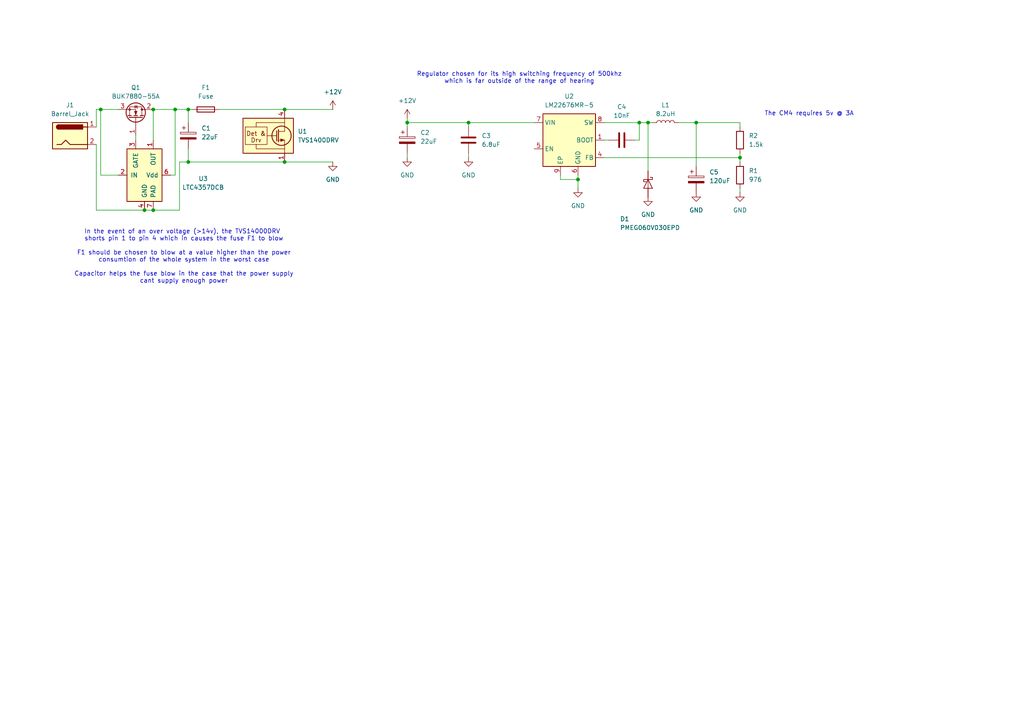
<source format=kicad_sch>
(kicad_sch
	(version 20231120)
	(generator "eeschema")
	(generator_version "8.0")
	(uuid "3897fa0b-8a38-4a45-93ea-df091a5b0b17")
	(paper "A4")
	(lib_symbols
		(symbol "Connector:Barrel_Jack"
			(pin_names
				(offset 1.016)
			)
			(exclude_from_sim no)
			(in_bom yes)
			(on_board yes)
			(property "Reference" "J"
				(at 0 5.334 0)
				(effects
					(font
						(size 1.27 1.27)
					)
				)
			)
			(property "Value" "Barrel_Jack"
				(at 0 -5.08 0)
				(effects
					(font
						(size 1.27 1.27)
					)
				)
			)
			(property "Footprint" ""
				(at 1.27 -1.016 0)
				(effects
					(font
						(size 1.27 1.27)
					)
					(hide yes)
				)
			)
			(property "Datasheet" "~"
				(at 1.27 -1.016 0)
				(effects
					(font
						(size 1.27 1.27)
					)
					(hide yes)
				)
			)
			(property "Description" "DC Barrel Jack"
				(at 0 0 0)
				(effects
					(font
						(size 1.27 1.27)
					)
					(hide yes)
				)
			)
			(property "ki_keywords" "DC power barrel jack connector"
				(at 0 0 0)
				(effects
					(font
						(size 1.27 1.27)
					)
					(hide yes)
				)
			)
			(property "ki_fp_filters" "BarrelJack*"
				(at 0 0 0)
				(effects
					(font
						(size 1.27 1.27)
					)
					(hide yes)
				)
			)
			(symbol "Barrel_Jack_0_1"
				(rectangle
					(start -5.08 3.81)
					(end 5.08 -3.81)
					(stroke
						(width 0.254)
						(type default)
					)
					(fill
						(type background)
					)
				)
				(arc
					(start -3.302 3.175)
					(mid -3.9343 2.54)
					(end -3.302 1.905)
					(stroke
						(width 0.254)
						(type default)
					)
					(fill
						(type none)
					)
				)
				(arc
					(start -3.302 3.175)
					(mid -3.9343 2.54)
					(end -3.302 1.905)
					(stroke
						(width 0.254)
						(type default)
					)
					(fill
						(type outline)
					)
				)
				(polyline
					(pts
						(xy 5.08 2.54) (xy 3.81 2.54)
					)
					(stroke
						(width 0.254)
						(type default)
					)
					(fill
						(type none)
					)
				)
				(polyline
					(pts
						(xy -3.81 -2.54) (xy -2.54 -2.54) (xy -1.27 -1.27) (xy 0 -2.54) (xy 2.54 -2.54) (xy 5.08 -2.54)
					)
					(stroke
						(width 0.254)
						(type default)
					)
					(fill
						(type none)
					)
				)
				(rectangle
					(start 3.683 3.175)
					(end -3.302 1.905)
					(stroke
						(width 0.254)
						(type default)
					)
					(fill
						(type outline)
					)
				)
			)
			(symbol "Barrel_Jack_1_1"
				(pin passive line
					(at 7.62 2.54 180)
					(length 2.54)
					(name "~"
						(effects
							(font
								(size 1.27 1.27)
							)
						)
					)
					(number "1"
						(effects
							(font
								(size 1.27 1.27)
							)
						)
					)
				)
				(pin passive line
					(at 7.62 -2.54 180)
					(length 2.54)
					(name "~"
						(effects
							(font
								(size 1.27 1.27)
							)
						)
					)
					(number "2"
						(effects
							(font
								(size 1.27 1.27)
							)
						)
					)
				)
			)
		)
		(symbol "Device:C"
			(pin_numbers hide)
			(pin_names
				(offset 0.254)
			)
			(exclude_from_sim no)
			(in_bom yes)
			(on_board yes)
			(property "Reference" "C"
				(at 0.635 2.54 0)
				(effects
					(font
						(size 1.27 1.27)
					)
					(justify left)
				)
			)
			(property "Value" "C"
				(at 0.635 -2.54 0)
				(effects
					(font
						(size 1.27 1.27)
					)
					(justify left)
				)
			)
			(property "Footprint" ""
				(at 0.9652 -3.81 0)
				(effects
					(font
						(size 1.27 1.27)
					)
					(hide yes)
				)
			)
			(property "Datasheet" "~"
				(at 0 0 0)
				(effects
					(font
						(size 1.27 1.27)
					)
					(hide yes)
				)
			)
			(property "Description" "Unpolarized capacitor"
				(at 0 0 0)
				(effects
					(font
						(size 1.27 1.27)
					)
					(hide yes)
				)
			)
			(property "ki_keywords" "cap capacitor"
				(at 0 0 0)
				(effects
					(font
						(size 1.27 1.27)
					)
					(hide yes)
				)
			)
			(property "ki_fp_filters" "C_*"
				(at 0 0 0)
				(effects
					(font
						(size 1.27 1.27)
					)
					(hide yes)
				)
			)
			(symbol "C_0_1"
				(polyline
					(pts
						(xy -2.032 -0.762) (xy 2.032 -0.762)
					)
					(stroke
						(width 0.508)
						(type default)
					)
					(fill
						(type none)
					)
				)
				(polyline
					(pts
						(xy -2.032 0.762) (xy 2.032 0.762)
					)
					(stroke
						(width 0.508)
						(type default)
					)
					(fill
						(type none)
					)
				)
			)
			(symbol "C_1_1"
				(pin passive line
					(at 0 3.81 270)
					(length 2.794)
					(name "~"
						(effects
							(font
								(size 1.27 1.27)
							)
						)
					)
					(number "1"
						(effects
							(font
								(size 1.27 1.27)
							)
						)
					)
				)
				(pin passive line
					(at 0 -3.81 90)
					(length 2.794)
					(name "~"
						(effects
							(font
								(size 1.27 1.27)
							)
						)
					)
					(number "2"
						(effects
							(font
								(size 1.27 1.27)
							)
						)
					)
				)
			)
		)
		(symbol "Device:C_Polarized"
			(pin_numbers hide)
			(pin_names
				(offset 0.254)
			)
			(exclude_from_sim no)
			(in_bom yes)
			(on_board yes)
			(property "Reference" "C"
				(at 0.635 2.54 0)
				(effects
					(font
						(size 1.27 1.27)
					)
					(justify left)
				)
			)
			(property "Value" "C_Polarized"
				(at 0.635 -2.54 0)
				(effects
					(font
						(size 1.27 1.27)
					)
					(justify left)
				)
			)
			(property "Footprint" ""
				(at 0.9652 -3.81 0)
				(effects
					(font
						(size 1.27 1.27)
					)
					(hide yes)
				)
			)
			(property "Datasheet" "~"
				(at 0 0 0)
				(effects
					(font
						(size 1.27 1.27)
					)
					(hide yes)
				)
			)
			(property "Description" "Polarized capacitor"
				(at 0 0 0)
				(effects
					(font
						(size 1.27 1.27)
					)
					(hide yes)
				)
			)
			(property "ki_keywords" "cap capacitor"
				(at 0 0 0)
				(effects
					(font
						(size 1.27 1.27)
					)
					(hide yes)
				)
			)
			(property "ki_fp_filters" "CP_*"
				(at 0 0 0)
				(effects
					(font
						(size 1.27 1.27)
					)
					(hide yes)
				)
			)
			(symbol "C_Polarized_0_1"
				(rectangle
					(start -2.286 0.508)
					(end 2.286 1.016)
					(stroke
						(width 0)
						(type default)
					)
					(fill
						(type none)
					)
				)
				(polyline
					(pts
						(xy -1.778 2.286) (xy -0.762 2.286)
					)
					(stroke
						(width 0)
						(type default)
					)
					(fill
						(type none)
					)
				)
				(polyline
					(pts
						(xy -1.27 2.794) (xy -1.27 1.778)
					)
					(stroke
						(width 0)
						(type default)
					)
					(fill
						(type none)
					)
				)
				(rectangle
					(start 2.286 -0.508)
					(end -2.286 -1.016)
					(stroke
						(width 0)
						(type default)
					)
					(fill
						(type outline)
					)
				)
			)
			(symbol "C_Polarized_1_1"
				(pin passive line
					(at 0 3.81 270)
					(length 2.794)
					(name "~"
						(effects
							(font
								(size 1.27 1.27)
							)
						)
					)
					(number "1"
						(effects
							(font
								(size 1.27 1.27)
							)
						)
					)
				)
				(pin passive line
					(at 0 -3.81 90)
					(length 2.794)
					(name "~"
						(effects
							(font
								(size 1.27 1.27)
							)
						)
					)
					(number "2"
						(effects
							(font
								(size 1.27 1.27)
							)
						)
					)
				)
			)
		)
		(symbol "Device:Fuse"
			(pin_numbers hide)
			(pin_names
				(offset 0)
			)
			(exclude_from_sim no)
			(in_bom yes)
			(on_board yes)
			(property "Reference" "F"
				(at 2.032 0 90)
				(effects
					(font
						(size 1.27 1.27)
					)
				)
			)
			(property "Value" "Fuse"
				(at -1.905 0 90)
				(effects
					(font
						(size 1.27 1.27)
					)
				)
			)
			(property "Footprint" ""
				(at -1.778 0 90)
				(effects
					(font
						(size 1.27 1.27)
					)
					(hide yes)
				)
			)
			(property "Datasheet" "~"
				(at 0 0 0)
				(effects
					(font
						(size 1.27 1.27)
					)
					(hide yes)
				)
			)
			(property "Description" "Fuse"
				(at 0 0 0)
				(effects
					(font
						(size 1.27 1.27)
					)
					(hide yes)
				)
			)
			(property "ki_keywords" "fuse"
				(at 0 0 0)
				(effects
					(font
						(size 1.27 1.27)
					)
					(hide yes)
				)
			)
			(property "ki_fp_filters" "*Fuse*"
				(at 0 0 0)
				(effects
					(font
						(size 1.27 1.27)
					)
					(hide yes)
				)
			)
			(symbol "Fuse_0_1"
				(rectangle
					(start -0.762 -2.54)
					(end 0.762 2.54)
					(stroke
						(width 0.254)
						(type default)
					)
					(fill
						(type none)
					)
				)
				(polyline
					(pts
						(xy 0 2.54) (xy 0 -2.54)
					)
					(stroke
						(width 0)
						(type default)
					)
					(fill
						(type none)
					)
				)
			)
			(symbol "Fuse_1_1"
				(pin passive line
					(at 0 3.81 270)
					(length 1.27)
					(name "~"
						(effects
							(font
								(size 1.27 1.27)
							)
						)
					)
					(number "1"
						(effects
							(font
								(size 1.27 1.27)
							)
						)
					)
				)
				(pin passive line
					(at 0 -3.81 90)
					(length 1.27)
					(name "~"
						(effects
							(font
								(size 1.27 1.27)
							)
						)
					)
					(number "2"
						(effects
							(font
								(size 1.27 1.27)
							)
						)
					)
				)
			)
		)
		(symbol "Device:L"
			(pin_numbers hide)
			(pin_names
				(offset 1.016) hide)
			(exclude_from_sim no)
			(in_bom yes)
			(on_board yes)
			(property "Reference" "L"
				(at -1.27 0 90)
				(effects
					(font
						(size 1.27 1.27)
					)
				)
			)
			(property "Value" "L"
				(at 1.905 0 90)
				(effects
					(font
						(size 1.27 1.27)
					)
				)
			)
			(property "Footprint" ""
				(at 0 0 0)
				(effects
					(font
						(size 1.27 1.27)
					)
					(hide yes)
				)
			)
			(property "Datasheet" "~"
				(at 0 0 0)
				(effects
					(font
						(size 1.27 1.27)
					)
					(hide yes)
				)
			)
			(property "Description" "Inductor"
				(at 0 0 0)
				(effects
					(font
						(size 1.27 1.27)
					)
					(hide yes)
				)
			)
			(property "ki_keywords" "inductor choke coil reactor magnetic"
				(at 0 0 0)
				(effects
					(font
						(size 1.27 1.27)
					)
					(hide yes)
				)
			)
			(property "ki_fp_filters" "Choke_* *Coil* Inductor_* L_*"
				(at 0 0 0)
				(effects
					(font
						(size 1.27 1.27)
					)
					(hide yes)
				)
			)
			(symbol "L_0_1"
				(arc
					(start 0 -2.54)
					(mid 0.6323 -1.905)
					(end 0 -1.27)
					(stroke
						(width 0)
						(type default)
					)
					(fill
						(type none)
					)
				)
				(arc
					(start 0 -1.27)
					(mid 0.6323 -0.635)
					(end 0 0)
					(stroke
						(width 0)
						(type default)
					)
					(fill
						(type none)
					)
				)
				(arc
					(start 0 0)
					(mid 0.6323 0.635)
					(end 0 1.27)
					(stroke
						(width 0)
						(type default)
					)
					(fill
						(type none)
					)
				)
				(arc
					(start 0 1.27)
					(mid 0.6323 1.905)
					(end 0 2.54)
					(stroke
						(width 0)
						(type default)
					)
					(fill
						(type none)
					)
				)
			)
			(symbol "L_1_1"
				(pin passive line
					(at 0 3.81 270)
					(length 1.27)
					(name "1"
						(effects
							(font
								(size 1.27 1.27)
							)
						)
					)
					(number "1"
						(effects
							(font
								(size 1.27 1.27)
							)
						)
					)
				)
				(pin passive line
					(at 0 -3.81 90)
					(length 1.27)
					(name "2"
						(effects
							(font
								(size 1.27 1.27)
							)
						)
					)
					(number "2"
						(effects
							(font
								(size 1.27 1.27)
							)
						)
					)
				)
			)
		)
		(symbol "Device:R"
			(pin_numbers hide)
			(pin_names
				(offset 0)
			)
			(exclude_from_sim no)
			(in_bom yes)
			(on_board yes)
			(property "Reference" "R"
				(at 2.032 0 90)
				(effects
					(font
						(size 1.27 1.27)
					)
				)
			)
			(property "Value" "R"
				(at 0 0 90)
				(effects
					(font
						(size 1.27 1.27)
					)
				)
			)
			(property "Footprint" ""
				(at -1.778 0 90)
				(effects
					(font
						(size 1.27 1.27)
					)
					(hide yes)
				)
			)
			(property "Datasheet" "~"
				(at 0 0 0)
				(effects
					(font
						(size 1.27 1.27)
					)
					(hide yes)
				)
			)
			(property "Description" "Resistor"
				(at 0 0 0)
				(effects
					(font
						(size 1.27 1.27)
					)
					(hide yes)
				)
			)
			(property "ki_keywords" "R res resistor"
				(at 0 0 0)
				(effects
					(font
						(size 1.27 1.27)
					)
					(hide yes)
				)
			)
			(property "ki_fp_filters" "R_*"
				(at 0 0 0)
				(effects
					(font
						(size 1.27 1.27)
					)
					(hide yes)
				)
			)
			(symbol "R_0_1"
				(rectangle
					(start -1.016 -2.54)
					(end 1.016 2.54)
					(stroke
						(width 0.254)
						(type default)
					)
					(fill
						(type none)
					)
				)
			)
			(symbol "R_1_1"
				(pin passive line
					(at 0 3.81 270)
					(length 1.27)
					(name "~"
						(effects
							(font
								(size 1.27 1.27)
							)
						)
					)
					(number "1"
						(effects
							(font
								(size 1.27 1.27)
							)
						)
					)
				)
				(pin passive line
					(at 0 -3.81 90)
					(length 1.27)
					(name "~"
						(effects
							(font
								(size 1.27 1.27)
							)
						)
					)
					(number "2"
						(effects
							(font
								(size 1.27 1.27)
							)
						)
					)
				)
			)
		)
		(symbol "Diode:PMEG060V030EPD"
			(pin_numbers hide)
			(pin_names hide)
			(exclude_from_sim no)
			(in_bom yes)
			(on_board yes)
			(property "Reference" "D"
				(at 0 2.54 0)
				(effects
					(font
						(size 1.27 1.27)
					)
				)
			)
			(property "Value" "PMEG060V030EPD"
				(at 0 -2.54 0)
				(effects
					(font
						(size 1.27 1.27)
					)
				)
			)
			(property "Footprint" "Package_TO_SOT_SMD:Nexperia_CFP15_SOT-1289"
				(at 0 -4.445 0)
				(effects
					(font
						(size 1.27 1.27)
					)
					(hide yes)
				)
			)
			(property "Datasheet" "https://assets.nexperia.com/documents/data-sheet/PMEG060V030EPD.pdf"
				(at 0 0 0)
				(effects
					(font
						(size 1.27 1.27)
					)
					(hide yes)
				)
			)
			(property "Description" "60V, 3A low Vf MEGA Schottky barrier rectifier, SOT-1289"
				(at 0 0 0)
				(effects
					(font
						(size 1.27 1.27)
					)
					(hide yes)
				)
			)
			(property "ki_keywords" "forward voltage diode"
				(at 0 0 0)
				(effects
					(font
						(size 1.27 1.27)
					)
					(hide yes)
				)
			)
			(property "ki_fp_filters" "Nexperia*CFP15*SOT?1289*"
				(at 0 0 0)
				(effects
					(font
						(size 1.27 1.27)
					)
					(hide yes)
				)
			)
			(symbol "PMEG060V030EPD_0_1"
				(polyline
					(pts
						(xy 1.27 0) (xy -1.27 0)
					)
					(stroke
						(width 0)
						(type default)
					)
					(fill
						(type none)
					)
				)
				(polyline
					(pts
						(xy 1.27 1.27) (xy 1.27 -1.27) (xy -1.27 0) (xy 1.27 1.27)
					)
					(stroke
						(width 0.2032)
						(type default)
					)
					(fill
						(type none)
					)
				)
				(polyline
					(pts
						(xy -1.905 0.635) (xy -1.905 1.27) (xy -1.27 1.27) (xy -1.27 -1.27) (xy -0.635 -1.27) (xy -0.635 -0.635)
					)
					(stroke
						(width 0.2032)
						(type default)
					)
					(fill
						(type none)
					)
				)
			)
			(symbol "PMEG060V030EPD_1_1"
				(pin passive line
					(at 3.81 0 180)
					(length 2.54)
					(name "A"
						(effects
							(font
								(size 1.27 1.27)
							)
						)
					)
					(number "1"
						(effects
							(font
								(size 1.27 1.27)
							)
						)
					)
				)
				(pin passive line
					(at 3.81 0 180)
					(length 2.54) hide
					(name "A"
						(effects
							(font
								(size 1.27 1.27)
							)
						)
					)
					(number "2"
						(effects
							(font
								(size 1.27 1.27)
							)
						)
					)
				)
				(pin passive line
					(at -3.81 0 0)
					(length 2.54)
					(name "K"
						(effects
							(font
								(size 1.27 1.27)
							)
						)
					)
					(number "3"
						(effects
							(font
								(size 1.27 1.27)
							)
						)
					)
				)
			)
		)
		(symbol "Power_Management:LTC4357DCB"
			(pin_names
				(offset 1.016)
			)
			(exclude_from_sim no)
			(in_bom yes)
			(on_board yes)
			(property "Reference" "U"
				(at 6.35 6.35 0)
				(effects
					(font
						(size 1.27 1.27)
					)
					(justify left)
				)
			)
			(property "Value" "LTC4357DCB"
				(at 6.35 -6.35 0)
				(effects
					(font
						(size 1.27 1.27)
					)
					(justify left)
				)
			)
			(property "Footprint" "Package_DFN_QFN:DFN-6-1EP_3x2mm_P0.5mm_EP1.65x1.35mm"
				(at 6.35 -3.81 0)
				(effects
					(font
						(size 1.27 1.27)
					)
					(justify left)
					(hide yes)
				)
			)
			(property "Datasheet" "https://www.analog.com/media/en/technical-documentation/data-sheets/4357fd.pdf"
				(at 0 -6.35 0)
				(effects
					(font
						(size 1.27 1.27)
					)
					(hide yes)
				)
			)
			(property "Description" "Ideal diode controller, 9-80V operation, DFN-6"
				(at 0 0 0)
				(effects
					(font
						(size 1.27 1.27)
					)
					(hide yes)
				)
			)
			(property "ki_keywords" "ideal-diode or-ing"
				(at 0 0 0)
				(effects
					(font
						(size 1.27 1.27)
					)
					(hide yes)
				)
			)
			(property "ki_fp_filters" "DFN*1EP*3x2mm*P0.5mm*"
				(at 0 0 0)
				(effects
					(font
						(size 1.27 1.27)
					)
					(hide yes)
				)
			)
			(symbol "LTC4357DCB_0_1"
				(rectangle
					(start -5.08 7.62)
					(end 5.08 -7.62)
					(stroke
						(width 0.254)
						(type default)
					)
					(fill
						(type background)
					)
				)
			)
			(symbol "LTC4357DCB_1_1"
				(pin input line
					(at 2.54 10.16 270)
					(length 2.54)
					(name "OUT"
						(effects
							(font
								(size 1.27 1.27)
							)
						)
					)
					(number "1"
						(effects
							(font
								(size 1.27 1.27)
							)
						)
					)
				)
				(pin input line
					(at -7.62 0 0)
					(length 2.54)
					(name "IN"
						(effects
							(font
								(size 1.27 1.27)
							)
						)
					)
					(number "2"
						(effects
							(font
								(size 1.27 1.27)
							)
						)
					)
				)
				(pin output line
					(at -2.54 10.16 270)
					(length 2.54)
					(name "GATE"
						(effects
							(font
								(size 1.27 1.27)
							)
						)
					)
					(number "3"
						(effects
							(font
								(size 1.27 1.27)
							)
						)
					)
				)
				(pin power_in line
					(at 0 -10.16 90)
					(length 2.54)
					(name "GND"
						(effects
							(font
								(size 1.27 1.27)
							)
						)
					)
					(number "4"
						(effects
							(font
								(size 1.27 1.27)
							)
						)
					)
				)
				(pin no_connect line
					(at -5.08 -2.54 0)
					(length 2.54) hide
					(name "NC"
						(effects
							(font
								(size 1.27 1.27)
							)
						)
					)
					(number "5"
						(effects
							(font
								(size 1.27 1.27)
							)
						)
					)
				)
				(pin power_in line
					(at 7.62 0 180)
					(length 2.54)
					(name "Vdd"
						(effects
							(font
								(size 1.27 1.27)
							)
						)
					)
					(number "6"
						(effects
							(font
								(size 1.27 1.27)
							)
						)
					)
				)
				(pin power_in line
					(at 2.54 -10.16 90)
					(length 2.54)
					(name "PAD"
						(effects
							(font
								(size 1.27 1.27)
							)
						)
					)
					(number "7"
						(effects
							(font
								(size 1.27 1.27)
							)
						)
					)
				)
			)
		)
		(symbol "Power_Protection:TVS1400DRV"
			(pin_names
				(offset 0) hide)
			(exclude_from_sim no)
			(in_bom yes)
			(on_board yes)
			(property "Reference" "U"
				(at 2.54 1.27 0)
				(effects
					(font
						(size 1.27 1.27)
					)
					(justify left)
				)
			)
			(property "Value" "TVS1400DRV"
				(at 2.54 -1.27 0)
				(effects
					(font
						(size 1.27 1.27)
					)
					(justify left)
				)
			)
			(property "Footprint" "Package_SON:WSON-6-1EP_2x2mm_P0.65mm_EP1x1.6mm"
				(at 5.08 -8.89 0)
				(effects
					(font
						(size 1.27 1.27)
					)
					(hide yes)
				)
			)
			(property "Datasheet" "http://www.ti.com/lit/ds/symlink/tvs1400.pdf"
				(at -2.54 0 0)
				(effects
					(font
						(size 1.27 1.27)
					)
					(hide yes)
				)
			)
			(property "Description" "Flat-Clamp Surge Protection Device. 14Vrwm, WSON-6"
				(at 0 0 0)
				(effects
					(font
						(size 1.27 1.27)
					)
					(hide yes)
				)
			)
			(property "ki_keywords" "EMI, ESD, TVS protection transient"
				(at 0 0 0)
				(effects
					(font
						(size 1.27 1.27)
					)
					(hide yes)
				)
			)
			(property "ki_fp_filters" "WSON*1EP*2x2mm*P0.65mm*EP1x1.6mm*"
				(at 0 0 0)
				(effects
					(font
						(size 1.27 1.27)
					)
					(hide yes)
				)
			)
			(symbol "TVS1400DRV_0_0"
				(rectangle
					(start -11.43 2.54)
					(end -5.08 -2.54)
					(stroke
						(width 0)
						(type default)
					)
					(fill
						(type none)
					)
				)
				(polyline
					(pts
						(xy 0 1.27) (xy -1.778 1.27)
					)
					(stroke
						(width 0)
						(type default)
					)
					(fill
						(type none)
					)
				)
				(polyline
					(pts
						(xy -8.255 -2.54) (xy -8.255 -3.81) (xy 0 -3.81)
					)
					(stroke
						(width 0)
						(type default)
					)
					(fill
						(type none)
					)
				)
				(polyline
					(pts
						(xy -8.255 2.54) (xy -8.255 3.81) (xy 0 3.81)
					)
					(stroke
						(width 0)
						(type default)
					)
					(fill
						(type none)
					)
				)
				(text "Det &"
					(at -8.255 0.635 0)
					(effects
						(font
							(size 1.27 1.27)
						)
					)
				)
				(text "Drv"
					(at -8.255 -1.27 0)
					(effects
						(font
							(size 1.27 1.27)
						)
					)
				)
			)
			(symbol "TVS1400DRV_0_1"
				(rectangle
					(start -12.065 5.08)
					(end 2.54 -5.08)
					(stroke
						(width 0.254)
						(type default)
					)
					(fill
						(type background)
					)
				)
				(circle
					(center -0.889 0)
					(radius 2.794)
					(stroke
						(width 0.254)
						(type default)
					)
					(fill
						(type none)
					)
				)
				(polyline
					(pts
						(xy -2.286 0) (xy -5.08 0)
					)
					(stroke
						(width 0)
						(type default)
					)
					(fill
						(type none)
					)
				)
				(polyline
					(pts
						(xy -2.286 1.397) (xy -2.286 -1.524)
					)
					(stroke
						(width 0.254)
						(type default)
					)
					(fill
						(type none)
					)
				)
				(polyline
					(pts
						(xy -1.778 1.778) (xy -1.778 -1.778)
					)
					(stroke
						(width 0.254)
						(type default)
					)
					(fill
						(type none)
					)
				)
				(polyline
					(pts
						(xy 0 -2.54) (xy 0 -5.08)
					)
					(stroke
						(width 0)
						(type default)
					)
					(fill
						(type none)
					)
				)
				(polyline
					(pts
						(xy 0 2.54) (xy 0 1.27)
					)
					(stroke
						(width 0)
						(type default)
					)
					(fill
						(type none)
					)
				)
				(polyline
					(pts
						(xy 0 5.08) (xy 0 2.54)
					)
					(stroke
						(width 0)
						(type default)
					)
					(fill
						(type none)
					)
				)
				(polyline
					(pts
						(xy 0 -2.54) (xy 0 -1.27) (xy -1.778 -1.27)
					)
					(stroke
						(width 0)
						(type default)
					)
					(fill
						(type none)
					)
				)
				(polyline
					(pts
						(xy -0.127 -1.27) (xy -1.143 -1.651) (xy -1.143 -0.889) (xy -0.127 -1.27)
					)
					(stroke
						(width 0)
						(type default)
					)
					(fill
						(type outline)
					)
				)
			)
			(symbol "TVS1400DRV_1_1"
				(pin power_in line
					(at 0 -7.62 90)
					(length 2.54)
					(name "GND"
						(effects
							(font
								(size 1.27 1.27)
							)
						)
					)
					(number "1"
						(effects
							(font
								(size 1.27 1.27)
							)
						)
					)
				)
				(pin passive line
					(at 0 -7.62 90)
					(length 2.54) hide
					(name "GND"
						(effects
							(font
								(size 1.27 1.27)
							)
						)
					)
					(number "2"
						(effects
							(font
								(size 1.27 1.27)
							)
						)
					)
				)
				(pin passive line
					(at 0 -7.62 90)
					(length 2.54) hide
					(name "GND"
						(effects
							(font
								(size 1.27 1.27)
							)
						)
					)
					(number "3"
						(effects
							(font
								(size 1.27 1.27)
							)
						)
					)
				)
				(pin passive line
					(at 0 7.62 270)
					(length 2.54)
					(name "IN"
						(effects
							(font
								(size 1.27 1.27)
							)
						)
					)
					(number "4"
						(effects
							(font
								(size 1.27 1.27)
							)
						)
					)
				)
				(pin passive line
					(at 0 7.62 270)
					(length 2.54) hide
					(name "IN"
						(effects
							(font
								(size 1.27 1.27)
							)
						)
					)
					(number "5"
						(effects
							(font
								(size 1.27 1.27)
							)
						)
					)
				)
				(pin passive line
					(at 0 7.62 270)
					(length 2.54) hide
					(name "IN"
						(effects
							(font
								(size 1.27 1.27)
							)
						)
					)
					(number "6"
						(effects
							(font
								(size 1.27 1.27)
							)
						)
					)
				)
				(pin passive line
					(at 0 -7.62 90)
					(length 2.54) hide
					(name "GND"
						(effects
							(font
								(size 1.27 1.27)
							)
						)
					)
					(number "7"
						(effects
							(font
								(size 1.27 1.27)
							)
						)
					)
				)
			)
		)
		(symbol "Regulator_Switching:LM22676MR-5"
			(exclude_from_sim no)
			(in_bom yes)
			(on_board yes)
			(property "Reference" "U"
				(at -6.35 8.89 0)
				(effects
					(font
						(size 1.27 1.27)
					)
				)
			)
			(property "Value" "LM22676MR-5"
				(at 5.08 8.89 0)
				(effects
					(font
						(size 1.27 1.27)
					)
				)
			)
			(property "Footprint" "Package_SO:TI_SO-PowerPAD-8"
				(at 0 11.43 0)
				(effects
					(font
						(size 1.27 1.27)
					)
					(hide yes)
				)
			)
			(property "Datasheet" "http://www.ti.com/lit/ds/symlink/lm22676.pdf"
				(at 1.27 0 0)
				(effects
					(font
						(size 1.27 1.27)
					)
					(hide yes)
				)
			)
			(property "Description" "3A Step-Down Switching Voltage Regulater, 4.5-42V Input, 5V Output, 500kHz Switching Frequency, SOIC-8"
				(at 0 0 0)
				(effects
					(font
						(size 1.27 1.27)
					)
					(hide yes)
				)
			)
			(property "ki_keywords" "DC/DC Buck Converter 3A"
				(at 0 0 0)
				(effects
					(font
						(size 1.27 1.27)
					)
					(hide yes)
				)
			)
			(property "ki_fp_filters" "TI*SO*PowerPAD*"
				(at 0 0 0)
				(effects
					(font
						(size 1.27 1.27)
					)
					(hide yes)
				)
			)
			(symbol "LM22676MR-5_0_1"
				(rectangle
					(start -7.62 7.62)
					(end 7.62 -7.62)
					(stroke
						(width 0.254)
						(type default)
					)
					(fill
						(type background)
					)
				)
			)
			(symbol "LM22676MR-5_1_1"
				(pin input line
					(at 10.16 0 180)
					(length 2.54)
					(name "BOOT"
						(effects
							(font
								(size 1.27 1.27)
							)
						)
					)
					(number "1"
						(effects
							(font
								(size 1.27 1.27)
							)
						)
					)
				)
				(pin no_connect line
					(at -7.62 2.54 0)
					(length 2.54) hide
					(name "NC"
						(effects
							(font
								(size 1.27 1.27)
							)
						)
					)
					(number "2"
						(effects
							(font
								(size 1.27 1.27)
							)
						)
					)
				)
				(pin no_connect line
					(at -7.62 0 0)
					(length 2.54) hide
					(name "NC"
						(effects
							(font
								(size 1.27 1.27)
							)
						)
					)
					(number "3"
						(effects
							(font
								(size 1.27 1.27)
							)
						)
					)
				)
				(pin input line
					(at 10.16 -5.08 180)
					(length 2.54)
					(name "FB"
						(effects
							(font
								(size 1.27 1.27)
							)
						)
					)
					(number "4"
						(effects
							(font
								(size 1.27 1.27)
							)
						)
					)
				)
				(pin input line
					(at -10.16 -2.54 0)
					(length 2.54)
					(name "EN"
						(effects
							(font
								(size 1.27 1.27)
							)
						)
					)
					(number "5"
						(effects
							(font
								(size 1.27 1.27)
							)
						)
					)
				)
				(pin power_in line
					(at 2.54 -10.16 90)
					(length 2.54)
					(name "GND"
						(effects
							(font
								(size 1.27 1.27)
							)
						)
					)
					(number "6"
						(effects
							(font
								(size 1.27 1.27)
							)
						)
					)
				)
				(pin power_in line
					(at -10.16 5.08 0)
					(length 2.54)
					(name "VIN"
						(effects
							(font
								(size 1.27 1.27)
							)
						)
					)
					(number "7"
						(effects
							(font
								(size 1.27 1.27)
							)
						)
					)
				)
				(pin power_out line
					(at 10.16 5.08 180)
					(length 2.54)
					(name "SW"
						(effects
							(font
								(size 1.27 1.27)
							)
						)
					)
					(number "8"
						(effects
							(font
								(size 1.27 1.27)
							)
						)
					)
				)
				(pin power_in line
					(at -2.54 -10.16 90)
					(length 2.54)
					(name "EP"
						(effects
							(font
								(size 1.27 1.27)
							)
						)
					)
					(number "9"
						(effects
							(font
								(size 1.27 1.27)
							)
						)
					)
				)
			)
		)
		(symbol "Transistor_FET:BUK7880-55A"
			(pin_names hide)
			(exclude_from_sim no)
			(in_bom yes)
			(on_board yes)
			(property "Reference" "Q"
				(at 5.08 1.905 0)
				(effects
					(font
						(size 1.27 1.27)
					)
					(justify left)
				)
			)
			(property "Value" "BUK7880-55A"
				(at 5.08 0 0)
				(effects
					(font
						(size 1.27 1.27)
					)
					(justify left)
				)
			)
			(property "Footprint" "Package_TO_SOT_SMD:SOT-223-3_TabPin2"
				(at 5.08 -1.905 0)
				(effects
					(font
						(size 1.27 1.27)
						(italic yes)
					)
					(justify left)
					(hide yes)
				)
			)
			(property "Datasheet" "https://assets.nexperia.com/documents/data-sheet/BUK7880-55A.pdf"
				(at 5.08 -3.81 0)
				(effects
					(font
						(size 1.27 1.27)
					)
					(justify left)
					(hide yes)
				)
			)
			(property "Description" "7A Id, 55V Vds, N-Channel Enhancement Mode MOSFET, SOT-223"
				(at 0 0 0)
				(effects
					(font
						(size 1.27 1.27)
					)
					(hide yes)
				)
			)
			(property "ki_keywords" "n-channel n channel mosfet enhancement mode"
				(at 0 0 0)
				(effects
					(font
						(size 1.27 1.27)
					)
					(hide yes)
				)
			)
			(property "ki_fp_filters" "SOT?223*"
				(at 0 0 0)
				(effects
					(font
						(size 1.27 1.27)
					)
					(hide yes)
				)
			)
			(symbol "BUK7880-55A_0_1"
				(polyline
					(pts
						(xy 0.254 0) (xy -2.54 0)
					)
					(stroke
						(width 0)
						(type default)
					)
					(fill
						(type none)
					)
				)
				(polyline
					(pts
						(xy 0.254 1.905) (xy 0.254 -1.905)
					)
					(stroke
						(width 0.254)
						(type default)
					)
					(fill
						(type none)
					)
				)
				(polyline
					(pts
						(xy 0.762 -1.27) (xy 0.762 -2.286)
					)
					(stroke
						(width 0.254)
						(type default)
					)
					(fill
						(type none)
					)
				)
				(polyline
					(pts
						(xy 0.762 0.508) (xy 0.762 -0.508)
					)
					(stroke
						(width 0.254)
						(type default)
					)
					(fill
						(type none)
					)
				)
				(polyline
					(pts
						(xy 0.762 2.286) (xy 0.762 1.27)
					)
					(stroke
						(width 0.254)
						(type default)
					)
					(fill
						(type none)
					)
				)
				(polyline
					(pts
						(xy 2.54 2.54) (xy 2.54 1.778)
					)
					(stroke
						(width 0)
						(type default)
					)
					(fill
						(type none)
					)
				)
				(polyline
					(pts
						(xy 2.54 -2.54) (xy 2.54 0) (xy 0.762 0)
					)
					(stroke
						(width 0)
						(type default)
					)
					(fill
						(type none)
					)
				)
				(polyline
					(pts
						(xy 0.762 -1.778) (xy 3.302 -1.778) (xy 3.302 1.778) (xy 0.762 1.778)
					)
					(stroke
						(width 0)
						(type default)
					)
					(fill
						(type none)
					)
				)
				(polyline
					(pts
						(xy 1.016 0) (xy 2.032 0.381) (xy 2.032 -0.381) (xy 1.016 0)
					)
					(stroke
						(width 0)
						(type default)
					)
					(fill
						(type outline)
					)
				)
				(polyline
					(pts
						(xy 2.794 0.508) (xy 2.921 0.381) (xy 3.683 0.381) (xy 3.81 0.254)
					)
					(stroke
						(width 0)
						(type default)
					)
					(fill
						(type none)
					)
				)
				(polyline
					(pts
						(xy 3.302 0.381) (xy 2.921 -0.254) (xy 3.683 -0.254) (xy 3.302 0.381)
					)
					(stroke
						(width 0)
						(type default)
					)
					(fill
						(type none)
					)
				)
				(circle
					(center 1.651 0)
					(radius 2.794)
					(stroke
						(width 0.254)
						(type default)
					)
					(fill
						(type none)
					)
				)
				(circle
					(center 2.54 -1.778)
					(radius 0.254)
					(stroke
						(width 0)
						(type default)
					)
					(fill
						(type outline)
					)
				)
				(circle
					(center 2.54 1.778)
					(radius 0.254)
					(stroke
						(width 0)
						(type default)
					)
					(fill
						(type outline)
					)
				)
			)
			(symbol "BUK7880-55A_1_1"
				(pin input line
					(at -5.08 0 0)
					(length 2.54)
					(name "G"
						(effects
							(font
								(size 1.27 1.27)
							)
						)
					)
					(number "1"
						(effects
							(font
								(size 1.27 1.27)
							)
						)
					)
				)
				(pin passive line
					(at 2.54 5.08 270)
					(length 2.54)
					(name "D"
						(effects
							(font
								(size 1.27 1.27)
							)
						)
					)
					(number "2"
						(effects
							(font
								(size 1.27 1.27)
							)
						)
					)
				)
				(pin passive line
					(at 2.54 -5.08 90)
					(length 2.54)
					(name "S"
						(effects
							(font
								(size 1.27 1.27)
							)
						)
					)
					(number "3"
						(effects
							(font
								(size 1.27 1.27)
							)
						)
					)
				)
			)
		)
		(symbol "power:+12V"
			(power)
			(pin_numbers hide)
			(pin_names
				(offset 0) hide)
			(exclude_from_sim no)
			(in_bom yes)
			(on_board yes)
			(property "Reference" "#PWR"
				(at 0 -3.81 0)
				(effects
					(font
						(size 1.27 1.27)
					)
					(hide yes)
				)
			)
			(property "Value" "+12V"
				(at 0 3.556 0)
				(effects
					(font
						(size 1.27 1.27)
					)
				)
			)
			(property "Footprint" ""
				(at 0 0 0)
				(effects
					(font
						(size 1.27 1.27)
					)
					(hide yes)
				)
			)
			(property "Datasheet" ""
				(at 0 0 0)
				(effects
					(font
						(size 1.27 1.27)
					)
					(hide yes)
				)
			)
			(property "Description" "Power symbol creates a global label with name \"+12V\""
				(at 0 0 0)
				(effects
					(font
						(size 1.27 1.27)
					)
					(hide yes)
				)
			)
			(property "ki_keywords" "global power"
				(at 0 0 0)
				(effects
					(font
						(size 1.27 1.27)
					)
					(hide yes)
				)
			)
			(symbol "+12V_0_1"
				(polyline
					(pts
						(xy -0.762 1.27) (xy 0 2.54)
					)
					(stroke
						(width 0)
						(type default)
					)
					(fill
						(type none)
					)
				)
				(polyline
					(pts
						(xy 0 0) (xy 0 2.54)
					)
					(stroke
						(width 0)
						(type default)
					)
					(fill
						(type none)
					)
				)
				(polyline
					(pts
						(xy 0 2.54) (xy 0.762 1.27)
					)
					(stroke
						(width 0)
						(type default)
					)
					(fill
						(type none)
					)
				)
			)
			(symbol "+12V_1_1"
				(pin power_in line
					(at 0 0 90)
					(length 0)
					(name "~"
						(effects
							(font
								(size 1.27 1.27)
							)
						)
					)
					(number "1"
						(effects
							(font
								(size 1.27 1.27)
							)
						)
					)
				)
			)
		)
		(symbol "power:GND"
			(power)
			(pin_numbers hide)
			(pin_names
				(offset 0) hide)
			(exclude_from_sim no)
			(in_bom yes)
			(on_board yes)
			(property "Reference" "#PWR"
				(at 0 -6.35 0)
				(effects
					(font
						(size 1.27 1.27)
					)
					(hide yes)
				)
			)
			(property "Value" "GND"
				(at 0 -3.81 0)
				(effects
					(font
						(size 1.27 1.27)
					)
				)
			)
			(property "Footprint" ""
				(at 0 0 0)
				(effects
					(font
						(size 1.27 1.27)
					)
					(hide yes)
				)
			)
			(property "Datasheet" ""
				(at 0 0 0)
				(effects
					(font
						(size 1.27 1.27)
					)
					(hide yes)
				)
			)
			(property "Description" "Power symbol creates a global label with name \"GND\" , ground"
				(at 0 0 0)
				(effects
					(font
						(size 1.27 1.27)
					)
					(hide yes)
				)
			)
			(property "ki_keywords" "global power"
				(at 0 0 0)
				(effects
					(font
						(size 1.27 1.27)
					)
					(hide yes)
				)
			)
			(symbol "GND_0_1"
				(polyline
					(pts
						(xy 0 0) (xy 0 -1.27) (xy 1.27 -1.27) (xy 0 -2.54) (xy -1.27 -1.27) (xy 0 -1.27)
					)
					(stroke
						(width 0)
						(type default)
					)
					(fill
						(type none)
					)
				)
			)
			(symbol "GND_1_1"
				(pin power_in line
					(at 0 0 270)
					(length 0)
					(name "~"
						(effects
							(font
								(size 1.27 1.27)
							)
						)
					)
					(number "1"
						(effects
							(font
								(size 1.27 1.27)
							)
						)
					)
				)
			)
		)
	)
	(junction
		(at 44.45 60.96)
		(diameter 0)
		(color 0 0 0 0)
		(uuid "03b734a3-b36b-4051-b36c-82fa6991193a")
	)
	(junction
		(at 54.61 31.75)
		(diameter 0)
		(color 0 0 0 0)
		(uuid "3f3e3814-e1a6-45ef-ae72-02a82941ad38")
	)
	(junction
		(at 187.96 35.56)
		(diameter 0)
		(color 0 0 0 0)
		(uuid "54d62d6c-d97d-4cda-aee2-47910c104a6f")
	)
	(junction
		(at 29.21 31.75)
		(diameter 0)
		(color 0 0 0 0)
		(uuid "55c21c39-8284-41cf-9f81-3efecf5b2e04")
	)
	(junction
		(at 135.89 35.56)
		(diameter 0)
		(color 0 0 0 0)
		(uuid "6eb8708e-751b-4743-bc63-6401d4286ebe")
	)
	(junction
		(at 41.91 60.96)
		(diameter 0)
		(color 0 0 0 0)
		(uuid "7aba2a50-b1e3-4bc1-ab78-06a95f4389f4")
	)
	(junction
		(at 50.8 31.75)
		(diameter 0)
		(color 0 0 0 0)
		(uuid "994c6d4c-556d-47ac-a59a-b2b279d6e6d1")
	)
	(junction
		(at 167.64 52.07)
		(diameter 0)
		(color 0 0 0 0)
		(uuid "a84645ab-bb26-4902-8be6-5e00eb07adad")
	)
	(junction
		(at 82.55 31.75)
		(diameter 0)
		(color 0 0 0 0)
		(uuid "c18d213c-06ad-4774-b9a0-92f890c6035d")
	)
	(junction
		(at 201.93 35.56)
		(diameter 0)
		(color 0 0 0 0)
		(uuid "d5965562-b598-4f01-a761-f7910ed795eb")
	)
	(junction
		(at 214.63 45.72)
		(diameter 0)
		(color 0 0 0 0)
		(uuid "d72fba5e-d6fa-47d0-aa67-8ac425ba7a02")
	)
	(junction
		(at 82.55 46.99)
		(diameter 0)
		(color 0 0 0 0)
		(uuid "d857fe68-9272-4441-84fd-91101b475d61")
	)
	(junction
		(at 185.42 35.56)
		(diameter 0)
		(color 0 0 0 0)
		(uuid "e2836c49-e6e0-4bad-8d31-91f22a7a3221")
	)
	(junction
		(at 118.11 35.56)
		(diameter 0)
		(color 0 0 0 0)
		(uuid "e58624cd-2426-4a38-921d-2f2f2a92fa46")
	)
	(junction
		(at 54.61 46.99)
		(diameter 0)
		(color 0 0 0 0)
		(uuid "f6bed2bb-b60c-45c9-a6fe-390b94b33337")
	)
	(junction
		(at 44.45 31.75)
		(diameter 0)
		(color 0 0 0 0)
		(uuid "f7f51da8-b31e-411a-8e2e-0199b58747ec")
	)
	(wire
		(pts
			(xy 52.07 46.99) (xy 52.07 60.96)
		)
		(stroke
			(width 0)
			(type default)
		)
		(uuid "040c34db-6dac-467a-aa27-39f665d68fd1")
	)
	(wire
		(pts
			(xy 185.42 35.56) (xy 185.42 40.64)
		)
		(stroke
			(width 0)
			(type default)
		)
		(uuid "06085527-4eb4-496b-a55b-092e2be6fc0f")
	)
	(wire
		(pts
			(xy 54.61 46.99) (xy 82.55 46.99)
		)
		(stroke
			(width 0)
			(type default)
		)
		(uuid "0783ef73-598e-4daa-9027-7f0cc381ed8d")
	)
	(wire
		(pts
			(xy 187.96 35.56) (xy 189.23 35.56)
		)
		(stroke
			(width 0)
			(type default)
		)
		(uuid "07af7125-ca39-4168-b6d2-cd3d5ea52ec3")
	)
	(wire
		(pts
			(xy 167.64 52.07) (xy 162.56 52.07)
		)
		(stroke
			(width 0)
			(type default)
		)
		(uuid "0dabac02-5a9b-4a58-9e8f-2602089958e3")
	)
	(wire
		(pts
			(xy 54.61 46.99) (xy 54.61 43.18)
		)
		(stroke
			(width 0)
			(type default)
		)
		(uuid "0e3c8606-fa7b-4d23-8501-771e02fcbabf")
	)
	(wire
		(pts
			(xy 44.45 31.75) (xy 50.8 31.75)
		)
		(stroke
			(width 0)
			(type default)
		)
		(uuid "10d164fe-c5bc-4cb4-9d7c-6d2b83f3d9dc")
	)
	(wire
		(pts
			(xy 82.55 31.75) (xy 96.52 31.75)
		)
		(stroke
			(width 0)
			(type default)
		)
		(uuid "1206ef7e-1e5a-45a1-bf48-05eaa0b00ee9")
	)
	(wire
		(pts
			(xy 214.63 54.61) (xy 214.63 55.88)
		)
		(stroke
			(width 0)
			(type default)
		)
		(uuid "2cca9126-e51b-4469-ae07-a0bb2fe36640")
	)
	(wire
		(pts
			(xy 50.8 31.75) (xy 50.8 50.8)
		)
		(stroke
			(width 0)
			(type default)
		)
		(uuid "35afa8c8-181f-484c-88c6-d0d7e51cc3b6")
	)
	(wire
		(pts
			(xy 214.63 44.45) (xy 214.63 45.72)
		)
		(stroke
			(width 0)
			(type default)
		)
		(uuid "365029f8-a6c1-4cd6-96cc-227747ef3e3f")
	)
	(wire
		(pts
			(xy 175.26 45.72) (xy 214.63 45.72)
		)
		(stroke
			(width 0)
			(type default)
		)
		(uuid "3c72ff6a-375b-4a37-b532-0fa9e111d41d")
	)
	(wire
		(pts
			(xy 214.63 45.72) (xy 214.63 46.99)
		)
		(stroke
			(width 0)
			(type default)
		)
		(uuid "46cf544c-cfd1-4e3d-b113-0c0d4c62431c")
	)
	(wire
		(pts
			(xy 184.15 40.64) (xy 185.42 40.64)
		)
		(stroke
			(width 0)
			(type default)
		)
		(uuid "47500854-da23-4d56-b1c8-ff11de79b13e")
	)
	(wire
		(pts
			(xy 50.8 31.75) (xy 54.61 31.75)
		)
		(stroke
			(width 0)
			(type default)
		)
		(uuid "4950c9be-4e16-4833-becf-b3d206daa091")
	)
	(wire
		(pts
			(xy 27.94 31.75) (xy 27.94 36.83)
		)
		(stroke
			(width 0)
			(type default)
		)
		(uuid "4a01868d-e437-4adf-8a4e-9b8f9b699f99")
	)
	(wire
		(pts
			(xy 201.93 35.56) (xy 201.93 48.26)
		)
		(stroke
			(width 0)
			(type default)
		)
		(uuid "4e0ab6c2-89a3-4d30-9c19-a154f1f9dafd")
	)
	(wire
		(pts
			(xy 41.91 60.96) (xy 27.94 60.96)
		)
		(stroke
			(width 0)
			(type default)
		)
		(uuid "57434cdc-727c-4df8-9905-3ab9dd5a7b29")
	)
	(wire
		(pts
			(xy 118.11 36.83) (xy 118.11 35.56)
		)
		(stroke
			(width 0)
			(type default)
		)
		(uuid "5a7a9ce9-11fe-440a-b0c3-3ad5f6ab83f3")
	)
	(wire
		(pts
			(xy 135.89 44.45) (xy 135.89 45.72)
		)
		(stroke
			(width 0)
			(type default)
		)
		(uuid "5e952c5d-bcda-4914-970e-6b33b9f55148")
	)
	(wire
		(pts
			(xy 135.89 35.56) (xy 154.94 35.56)
		)
		(stroke
			(width 0)
			(type default)
		)
		(uuid "647e0b0b-628e-47f4-98cd-1682de4512e0")
	)
	(wire
		(pts
			(xy 175.26 40.64) (xy 176.53 40.64)
		)
		(stroke
			(width 0)
			(type default)
		)
		(uuid "6cd27f19-9705-4437-b5a8-55f80d6bf3c1")
	)
	(wire
		(pts
			(xy 34.29 50.8) (xy 29.21 50.8)
		)
		(stroke
			(width 0)
			(type default)
		)
		(uuid "70f87c33-3593-4d1b-a883-1f5ac77a960c")
	)
	(wire
		(pts
			(xy 63.5 31.75) (xy 82.55 31.75)
		)
		(stroke
			(width 0)
			(type default)
		)
		(uuid "75f94495-3a19-4236-97ab-c87993ee164e")
	)
	(wire
		(pts
			(xy 187.96 35.56) (xy 187.96 49.53)
		)
		(stroke
			(width 0)
			(type default)
		)
		(uuid "761959f9-f09a-40b3-8001-cfe6031c3f51")
	)
	(wire
		(pts
			(xy 118.11 35.56) (xy 135.89 35.56)
		)
		(stroke
			(width 0)
			(type default)
		)
		(uuid "77e09bcb-78bb-4227-93a5-5640a2513425")
	)
	(wire
		(pts
			(xy 185.42 35.56) (xy 187.96 35.56)
		)
		(stroke
			(width 0)
			(type default)
		)
		(uuid "7e93ee23-d777-4921-b654-d64c65e650eb")
	)
	(wire
		(pts
			(xy 118.11 34.29) (xy 118.11 35.56)
		)
		(stroke
			(width 0)
			(type default)
		)
		(uuid "8261d68c-af95-4c24-9566-296510a9c84c")
	)
	(wire
		(pts
			(xy 29.21 31.75) (xy 34.29 31.75)
		)
		(stroke
			(width 0)
			(type default)
		)
		(uuid "891db8a9-4019-4288-95b8-1eba31c59011")
	)
	(wire
		(pts
			(xy 52.07 60.96) (xy 44.45 60.96)
		)
		(stroke
			(width 0)
			(type default)
		)
		(uuid "8a091a4f-9114-497b-83be-fa8ddbe09975")
	)
	(wire
		(pts
			(xy 54.61 31.75) (xy 54.61 35.56)
		)
		(stroke
			(width 0)
			(type default)
		)
		(uuid "8f483175-cd63-4003-acbb-8574d5b4f172")
	)
	(wire
		(pts
			(xy 214.63 36.83) (xy 214.63 35.56)
		)
		(stroke
			(width 0)
			(type default)
		)
		(uuid "91f55571-04d3-4f40-8340-ed6e3fe7ca06")
	)
	(wire
		(pts
			(xy 44.45 31.75) (xy 44.45 40.64)
		)
		(stroke
			(width 0)
			(type default)
		)
		(uuid "92916a0f-aeb0-4788-b0a0-bdaa1a260855")
	)
	(wire
		(pts
			(xy 135.89 35.56) (xy 135.89 36.83)
		)
		(stroke
			(width 0)
			(type default)
		)
		(uuid "97aaac45-7c87-4b5e-af81-19e13340a04e")
	)
	(wire
		(pts
			(xy 50.8 50.8) (xy 49.53 50.8)
		)
		(stroke
			(width 0)
			(type default)
		)
		(uuid "b30f12c7-1dee-4fcd-b99e-403b1a71ab07")
	)
	(wire
		(pts
			(xy 175.26 35.56) (xy 185.42 35.56)
		)
		(stroke
			(width 0)
			(type default)
		)
		(uuid "bbd37f58-3c88-4056-99be-c61db49b6ecf")
	)
	(wire
		(pts
			(xy 39.37 39.37) (xy 39.37 40.64)
		)
		(stroke
			(width 0)
			(type default)
		)
		(uuid "c46215aa-1d38-4ac2-b1ea-a2af9f9377ff")
	)
	(wire
		(pts
			(xy 54.61 31.75) (xy 55.88 31.75)
		)
		(stroke
			(width 0)
			(type default)
		)
		(uuid "c6856bab-33ee-42ca-9f55-8a3ba74c38c1")
	)
	(wire
		(pts
			(xy 82.55 46.99) (xy 96.52 46.99)
		)
		(stroke
			(width 0)
			(type default)
		)
		(uuid "cd7c6f21-6b7a-4272-8dda-14703eeb56a7")
	)
	(wire
		(pts
			(xy 167.64 52.07) (xy 167.64 50.8)
		)
		(stroke
			(width 0)
			(type default)
		)
		(uuid "cf6e1f47-6100-4b62-8ef0-37b05722711a")
	)
	(wire
		(pts
			(xy 214.63 35.56) (xy 201.93 35.56)
		)
		(stroke
			(width 0)
			(type default)
		)
		(uuid "d4787fcd-11f7-4d8b-b20d-a745ecb0403d")
	)
	(wire
		(pts
			(xy 167.64 54.61) (xy 167.64 52.07)
		)
		(stroke
			(width 0)
			(type default)
		)
		(uuid "d6d005b7-f0d4-47b9-84ba-578b5896177f")
	)
	(wire
		(pts
			(xy 44.45 60.96) (xy 41.91 60.96)
		)
		(stroke
			(width 0)
			(type default)
		)
		(uuid "da4dfc70-964c-40b9-abbe-dedd07889571")
	)
	(wire
		(pts
			(xy 52.07 46.99) (xy 54.61 46.99)
		)
		(stroke
			(width 0)
			(type default)
		)
		(uuid "dd2105ab-686a-4628-957b-5a6b6a1fe581")
	)
	(wire
		(pts
			(xy 27.94 31.75) (xy 29.21 31.75)
		)
		(stroke
			(width 0)
			(type default)
		)
		(uuid "de25cf22-44ea-47dd-947e-103f23616788")
	)
	(wire
		(pts
			(xy 27.94 41.91) (xy 27.94 60.96)
		)
		(stroke
			(width 0)
			(type default)
		)
		(uuid "e23e1685-142c-4084-824e-168215ca1098")
	)
	(wire
		(pts
			(xy 118.11 44.45) (xy 118.11 45.72)
		)
		(stroke
			(width 0)
			(type default)
		)
		(uuid "e48b5a41-36f5-4bb1-8b54-27007f380631")
	)
	(wire
		(pts
			(xy 162.56 52.07) (xy 162.56 50.8)
		)
		(stroke
			(width 0)
			(type default)
		)
		(uuid "e74667ea-1e0e-4e64-ad85-79f165142f9b")
	)
	(wire
		(pts
			(xy 201.93 35.56) (xy 196.85 35.56)
		)
		(stroke
			(width 0)
			(type default)
		)
		(uuid "f4f88799-9b10-408c-a32b-b705e705d3b8")
	)
	(wire
		(pts
			(xy 29.21 50.8) (xy 29.21 31.75)
		)
		(stroke
			(width 0)
			(type default)
		)
		(uuid "f6a5d294-4b25-402c-913e-658a11c2c33e")
	)
	(text "In the event of an over voltage (>14v), the TVS14000DRV \nshorts pin 1 to pin 4 which in causes the fuse F1 to blow\n\nF1 should be chosen to blow at a value higher than the power\nconsumtion of the whole system in the worst case\n\nCapacitor helps the fuse blow in the case that the power supply\ncant supply enough power"
		(exclude_from_sim no)
		(at 53.34 74.422 0)
		(effects
			(font
				(size 1.27 1.27)
			)
		)
		(uuid "03d29a58-2ef7-4c48-877a-e8101c0e330d")
	)
	(text "Regulator chosen for its high switching frequency of 500khz\nwhich is far outside of the range of hearing"
		(exclude_from_sim no)
		(at 150.622 22.606 0)
		(effects
			(font
				(size 1.27 1.27)
			)
		)
		(uuid "36246bf9-941d-4bb1-8c3a-544fd428ddb6")
	)
	(text "The CM4 requires 5v @ 3A"
		(exclude_from_sim no)
		(at 234.696 33.02 0)
		(effects
			(font
				(size 1.27 1.27)
			)
		)
		(uuid "f790cb50-662f-4080-8205-bb6783dc4f8e")
	)
	(symbol
		(lib_id "power:GND")
		(at 135.89 45.72 0)
		(unit 1)
		(exclude_from_sim no)
		(in_bom yes)
		(on_board yes)
		(dnp no)
		(fields_autoplaced yes)
		(uuid "18498776-f955-482d-be12-599cea9f0b46")
		(property "Reference" "#PWR06"
			(at 135.89 52.07 0)
			(effects
				(font
					(size 1.27 1.27)
				)
				(hide yes)
			)
		)
		(property "Value" "GND"
			(at 135.89 50.8 0)
			(effects
				(font
					(size 1.27 1.27)
				)
			)
		)
		(property "Footprint" ""
			(at 135.89 45.72 0)
			(effects
				(font
					(size 1.27 1.27)
				)
				(hide yes)
			)
		)
		(property "Datasheet" ""
			(at 135.89 45.72 0)
			(effects
				(font
					(size 1.27 1.27)
				)
				(hide yes)
			)
		)
		(property "Description" "Power symbol creates a global label with name \"GND\" , ground"
			(at 135.89 45.72 0)
			(effects
				(font
					(size 1.27 1.27)
				)
				(hide yes)
			)
		)
		(pin "1"
			(uuid "007d66b4-4de0-4183-a517-ebbf17892d63")
		)
		(instances
			(project "Guitar-Effects-Unit"
				(path "/f3ea98a8-87f4-4de9-981b-605ff8c64319/7d861077-b0b6-43c9-8afc-ef444afc59e8"
					(reference "#PWR06")
					(unit 1)
				)
			)
		)
	)
	(symbol
		(lib_id "power:GND")
		(at 214.63 55.88 0)
		(unit 1)
		(exclude_from_sim no)
		(in_bom yes)
		(on_board yes)
		(dnp no)
		(fields_autoplaced yes)
		(uuid "1e300c86-f437-4944-85cb-283024cf72dd")
		(property "Reference" "#PWR07"
			(at 214.63 62.23 0)
			(effects
				(font
					(size 1.27 1.27)
				)
				(hide yes)
			)
		)
		(property "Value" "GND"
			(at 214.63 60.96 0)
			(effects
				(font
					(size 1.27 1.27)
				)
			)
		)
		(property "Footprint" ""
			(at 214.63 55.88 0)
			(effects
				(font
					(size 1.27 1.27)
				)
				(hide yes)
			)
		)
		(property "Datasheet" ""
			(at 214.63 55.88 0)
			(effects
				(font
					(size 1.27 1.27)
				)
				(hide yes)
			)
		)
		(property "Description" "Power symbol creates a global label with name \"GND\" , ground"
			(at 214.63 55.88 0)
			(effects
				(font
					(size 1.27 1.27)
				)
				(hide yes)
			)
		)
		(pin "1"
			(uuid "82e5c9a0-463c-492e-b801-7139c4eab298")
		)
		(instances
			(project "Guitar-Effects-Unit"
				(path "/f3ea98a8-87f4-4de9-981b-605ff8c64319/7d861077-b0b6-43c9-8afc-ef444afc59e8"
					(reference "#PWR07")
					(unit 1)
				)
			)
		)
	)
	(symbol
		(lib_id "Device:C")
		(at 180.34 40.64 90)
		(unit 1)
		(exclude_from_sim no)
		(in_bom yes)
		(on_board yes)
		(dnp no)
		(uuid "1e806e58-7b90-4ab6-95e9-362024588cf2")
		(property "Reference" "C4"
			(at 180.34 30.988 90)
			(effects
				(font
					(size 1.27 1.27)
				)
			)
		)
		(property "Value" "10nF"
			(at 180.34 33.528 90)
			(effects
				(font
					(size 1.27 1.27)
				)
			)
		)
		(property "Footprint" ""
			(at 184.15 39.6748 0)
			(effects
				(font
					(size 1.27 1.27)
				)
				(hide yes)
			)
		)
		(property "Datasheet" "~"
			(at 180.34 40.64 0)
			(effects
				(font
					(size 1.27 1.27)
				)
				(hide yes)
			)
		)
		(property "Description" "Unpolarized capacitor"
			(at 180.34 40.64 0)
			(effects
				(font
					(size 1.27 1.27)
				)
				(hide yes)
			)
		)
		(property "Manufacturer" ""
			(at 180.34 40.64 0)
			(effects
				(font
					(size 1.27 1.27)
				)
				(hide yes)
			)
		)
		(property "Part Number" ""
			(at 180.34 40.64 0)
			(effects
				(font
					(size 1.27 1.27)
				)
				(hide yes)
			)
		)
		(pin "2"
			(uuid "6ddcb530-a7df-4089-b68e-1858c9284dd2")
		)
		(pin "1"
			(uuid "8138d2d9-f901-43de-8876-73498397035c")
		)
		(instances
			(project "Guitar-Effects-Unit"
				(path "/f3ea98a8-87f4-4de9-981b-605ff8c64319/7d861077-b0b6-43c9-8afc-ef444afc59e8"
					(reference "C4")
					(unit 1)
				)
			)
		)
	)
	(symbol
		(lib_id "Device:R")
		(at 214.63 50.8 180)
		(unit 1)
		(exclude_from_sim no)
		(in_bom yes)
		(on_board yes)
		(dnp no)
		(fields_autoplaced yes)
		(uuid "24f4f876-3203-4390-a861-a0995a67f319")
		(property "Reference" "R1"
			(at 217.17 49.5299 0)
			(effects
				(font
					(size 1.27 1.27)
				)
				(justify right)
			)
		)
		(property "Value" "976"
			(at 217.17 52.0699 0)
			(effects
				(font
					(size 1.27 1.27)
				)
				(justify right)
			)
		)
		(property "Footprint" ""
			(at 216.408 50.8 90)
			(effects
				(font
					(size 1.27 1.27)
				)
				(hide yes)
			)
		)
		(property "Datasheet" "~"
			(at 214.63 50.8 0)
			(effects
				(font
					(size 1.27 1.27)
				)
				(hide yes)
			)
		)
		(property "Description" "Resistor"
			(at 214.63 50.8 0)
			(effects
				(font
					(size 1.27 1.27)
				)
				(hide yes)
			)
		)
		(property "Manufacturer" ""
			(at 214.63 50.8 0)
			(effects
				(font
					(size 1.27 1.27)
				)
				(hide yes)
			)
		)
		(property "Part Number" ""
			(at 214.63 50.8 0)
			(effects
				(font
					(size 1.27 1.27)
				)
				(hide yes)
			)
		)
		(pin "2"
			(uuid "40b7c6de-a856-4309-9ae8-d44a5c1d27a8")
		)
		(pin "1"
			(uuid "e19861be-a9fa-4eea-93d7-7f791d0ee27e")
		)
		(instances
			(project "Guitar-Effects-Unit"
				(path "/f3ea98a8-87f4-4de9-981b-605ff8c64319/7d861077-b0b6-43c9-8afc-ef444afc59e8"
					(reference "R1")
					(unit 1)
				)
			)
		)
	)
	(symbol
		(lib_id "Power_Protection:TVS1400DRV")
		(at 82.55 39.37 0)
		(unit 1)
		(exclude_from_sim no)
		(in_bom yes)
		(on_board yes)
		(dnp no)
		(fields_autoplaced yes)
		(uuid "25dfcf75-ee94-41b3-93da-b4f146ce7dbb")
		(property "Reference" "U1"
			(at 86.36 38.0999 0)
			(effects
				(font
					(size 1.27 1.27)
				)
				(justify left)
			)
		)
		(property "Value" "TVS1400DRV"
			(at 86.36 40.6399 0)
			(effects
				(font
					(size 1.27 1.27)
				)
				(justify left)
			)
		)
		(property "Footprint" "Package_SON:WSON-6-1EP_2x2mm_P0.65mm_EP1x1.6mm"
			(at 87.63 48.26 0)
			(effects
				(font
					(size 1.27 1.27)
				)
				(hide yes)
			)
		)
		(property "Datasheet" "http://www.ti.com/lit/ds/symlink/tvs1400.pdf"
			(at 80.01 39.37 0)
			(effects
				(font
					(size 1.27 1.27)
				)
				(hide yes)
			)
		)
		(property "Description" "Flat-Clamp Surge Protection Device. 14Vrwm, WSON-6"
			(at 82.55 39.37 0)
			(effects
				(font
					(size 1.27 1.27)
				)
				(hide yes)
			)
		)
		(property "Manufacturer" ""
			(at 82.55 39.37 0)
			(effects
				(font
					(size 1.27 1.27)
				)
				(hide yes)
			)
		)
		(property "Part Number" ""
			(at 82.55 39.37 0)
			(effects
				(font
					(size 1.27 1.27)
				)
				(hide yes)
			)
		)
		(pin "7"
			(uuid "3fbd5209-813b-4b62-977f-95cacb8338bb")
		)
		(pin "5"
			(uuid "d7d44b98-00c5-4ec4-80e2-092ba25a60c4")
		)
		(pin "3"
			(uuid "19f0db90-cc33-4952-981c-05779bb946a8")
		)
		(pin "6"
			(uuid "17fb82e1-2cf1-4301-a90f-387380a9bcf3")
		)
		(pin "2"
			(uuid "ac298d22-e3ec-446e-bb2b-9fb67014d88d")
		)
		(pin "4"
			(uuid "0917c22f-2aae-4124-9a48-9c755e2564bd")
		)
		(pin "1"
			(uuid "864205af-df89-472c-865d-e18cef12c8c7")
		)
		(instances
			(project "Guitar-Effects-Unit"
				(path "/f3ea98a8-87f4-4de9-981b-605ff8c64319/7d861077-b0b6-43c9-8afc-ef444afc59e8"
					(reference "U1")
					(unit 1)
				)
			)
		)
	)
	(symbol
		(lib_id "Device:Fuse")
		(at 59.69 31.75 90)
		(unit 1)
		(exclude_from_sim no)
		(in_bom yes)
		(on_board yes)
		(dnp no)
		(fields_autoplaced yes)
		(uuid "266de15c-c293-4885-8919-8e97dc8539e1")
		(property "Reference" "F1"
			(at 59.69 25.4 90)
			(effects
				(font
					(size 1.27 1.27)
				)
			)
		)
		(property "Value" "Fuse"
			(at 59.69 27.94 90)
			(effects
				(font
					(size 1.27 1.27)
				)
			)
		)
		(property "Footprint" ""
			(at 59.69 33.528 90)
			(effects
				(font
					(size 1.27 1.27)
				)
				(hide yes)
			)
		)
		(property "Datasheet" "~"
			(at 59.69 31.75 0)
			(effects
				(font
					(size 1.27 1.27)
				)
				(hide yes)
			)
		)
		(property "Description" "Fuse"
			(at 59.69 31.75 0)
			(effects
				(font
					(size 1.27 1.27)
				)
				(hide yes)
			)
		)
		(property "Manufacturer" ""
			(at 59.69 31.75 0)
			(effects
				(font
					(size 1.27 1.27)
				)
				(hide yes)
			)
		)
		(property "Part Number" ""
			(at 59.69 31.75 0)
			(effects
				(font
					(size 1.27 1.27)
				)
				(hide yes)
			)
		)
		(pin "2"
			(uuid "a2e8f559-e09b-408f-b932-b7c26d4b79a4")
		)
		(pin "1"
			(uuid "10328f17-c43b-4181-b0c6-bfaf7caeb843")
		)
		(instances
			(project "Guitar-Effects-Unit"
				(path "/f3ea98a8-87f4-4de9-981b-605ff8c64319/7d861077-b0b6-43c9-8afc-ef444afc59e8"
					(reference "F1")
					(unit 1)
				)
			)
		)
	)
	(symbol
		(lib_id "power:GND")
		(at 167.64 54.61 0)
		(unit 1)
		(exclude_from_sim no)
		(in_bom yes)
		(on_board yes)
		(dnp no)
		(fields_autoplaced yes)
		(uuid "28a5a0d1-cafd-4669-a559-5e5d8b1386f0")
		(property "Reference" "#PWR04"
			(at 167.64 60.96 0)
			(effects
				(font
					(size 1.27 1.27)
				)
				(hide yes)
			)
		)
		(property "Value" "GND"
			(at 167.64 59.69 0)
			(effects
				(font
					(size 1.27 1.27)
				)
			)
		)
		(property "Footprint" ""
			(at 167.64 54.61 0)
			(effects
				(font
					(size 1.27 1.27)
				)
				(hide yes)
			)
		)
		(property "Datasheet" ""
			(at 167.64 54.61 0)
			(effects
				(font
					(size 1.27 1.27)
				)
				(hide yes)
			)
		)
		(property "Description" "Power symbol creates a global label with name \"GND\" , ground"
			(at 167.64 54.61 0)
			(effects
				(font
					(size 1.27 1.27)
				)
				(hide yes)
			)
		)
		(pin "1"
			(uuid "d0b3d877-14b0-433e-8e92-ed05ab6bbfd3")
		)
		(instances
			(project "Guitar-Effects-Unit"
				(path "/f3ea98a8-87f4-4de9-981b-605ff8c64319/7d861077-b0b6-43c9-8afc-ef444afc59e8"
					(reference "#PWR04")
					(unit 1)
				)
			)
		)
	)
	(symbol
		(lib_id "power:GND")
		(at 187.96 57.15 0)
		(unit 1)
		(exclude_from_sim no)
		(in_bom yes)
		(on_board yes)
		(dnp no)
		(fields_autoplaced yes)
		(uuid "4720e14f-df11-4118-9ca5-174bd028ed2b")
		(property "Reference" "#PWR09"
			(at 187.96 63.5 0)
			(effects
				(font
					(size 1.27 1.27)
				)
				(hide yes)
			)
		)
		(property "Value" "GND"
			(at 187.96 62.23 0)
			(effects
				(font
					(size 1.27 1.27)
				)
			)
		)
		(property "Footprint" ""
			(at 187.96 57.15 0)
			(effects
				(font
					(size 1.27 1.27)
				)
				(hide yes)
			)
		)
		(property "Datasheet" ""
			(at 187.96 57.15 0)
			(effects
				(font
					(size 1.27 1.27)
				)
				(hide yes)
			)
		)
		(property "Description" "Power symbol creates a global label with name \"GND\" , ground"
			(at 187.96 57.15 0)
			(effects
				(font
					(size 1.27 1.27)
				)
				(hide yes)
			)
		)
		(pin "1"
			(uuid "a18c9fc9-6bd5-4d3b-857e-88da3875bee1")
		)
		(instances
			(project "Guitar-Effects-Unit"
				(path "/f3ea98a8-87f4-4de9-981b-605ff8c64319/7d861077-b0b6-43c9-8afc-ef444afc59e8"
					(reference "#PWR09")
					(unit 1)
				)
			)
		)
	)
	(symbol
		(lib_id "power:+12V")
		(at 118.11 34.29 0)
		(unit 1)
		(exclude_from_sim no)
		(in_bom yes)
		(on_board yes)
		(dnp no)
		(fields_autoplaced yes)
		(uuid "55040d5d-3664-44b4-b871-1f2528cdcd65")
		(property "Reference" "#PWR03"
			(at 118.11 38.1 0)
			(effects
				(font
					(size 1.27 1.27)
				)
				(hide yes)
			)
		)
		(property "Value" "+12V"
			(at 118.11 29.21 0)
			(effects
				(font
					(size 1.27 1.27)
				)
			)
		)
		(property "Footprint" ""
			(at 118.11 34.29 0)
			(effects
				(font
					(size 1.27 1.27)
				)
				(hide yes)
			)
		)
		(property "Datasheet" ""
			(at 118.11 34.29 0)
			(effects
				(font
					(size 1.27 1.27)
				)
				(hide yes)
			)
		)
		(property "Description" "Power symbol creates a global label with name \"+12V\""
			(at 118.11 34.29 0)
			(effects
				(font
					(size 1.27 1.27)
				)
				(hide yes)
			)
		)
		(pin "1"
			(uuid "34a90808-877a-4476-8d5e-82e22c9ab08e")
		)
		(instances
			(project "Guitar-Effects-Unit"
				(path "/f3ea98a8-87f4-4de9-981b-605ff8c64319/7d861077-b0b6-43c9-8afc-ef444afc59e8"
					(reference "#PWR03")
					(unit 1)
				)
			)
		)
	)
	(symbol
		(lib_id "Power_Management:LTC4357DCB")
		(at 41.91 50.8 0)
		(unit 1)
		(exclude_from_sim no)
		(in_bom yes)
		(on_board yes)
		(dnp no)
		(uuid "57fe8207-c17d-4d4e-b00f-86b369828d97")
		(property "Reference" "U3"
			(at 58.928 51.816 0)
			(effects
				(font
					(size 1.27 1.27)
				)
			)
		)
		(property "Value" "LTC4357DCB"
			(at 58.928 54.356 0)
			(effects
				(font
					(size 1.27 1.27)
				)
			)
		)
		(property "Footprint" "Package_DFN_QFN:DFN-6-1EP_3x2mm_P0.5mm_EP1.65x1.35mm"
			(at 48.26 54.61 0)
			(effects
				(font
					(size 1.27 1.27)
				)
				(justify left)
				(hide yes)
			)
		)
		(property "Datasheet" "https://www.analog.com/media/en/technical-documentation/data-sheets/4357fd.pdf"
			(at 41.91 57.15 0)
			(effects
				(font
					(size 1.27 1.27)
				)
				(hide yes)
			)
		)
		(property "Description" "Ideal diode controller, 9-80V operation, DFN-6"
			(at 41.91 50.8 0)
			(effects
				(font
					(size 1.27 1.27)
				)
				(hide yes)
			)
		)
		(property "Manufacturer" ""
			(at 41.91 50.8 0)
			(effects
				(font
					(size 1.27 1.27)
				)
				(hide yes)
			)
		)
		(property "Part Number" ""
			(at 41.91 50.8 0)
			(effects
				(font
					(size 1.27 1.27)
				)
				(hide yes)
			)
		)
		(pin "2"
			(uuid "fafb5051-7fe9-415b-8de8-f483dfc82b9f")
		)
		(pin "6"
			(uuid "df508bfa-a6e7-4f7b-8aa2-252ede2627e3")
		)
		(pin "1"
			(uuid "dcf6d28b-77d6-4258-a8e6-47865a2171fb")
		)
		(pin "4"
			(uuid "c276ecd6-e07e-479d-b45c-f54ba2ff96f1")
		)
		(pin "7"
			(uuid "73b8998a-ee4e-4d63-b142-8d2168ce4a08")
		)
		(pin "3"
			(uuid "7d9e82bb-05c6-4c09-85f7-be1d2910e751")
		)
		(pin "5"
			(uuid "68801c5f-b500-4114-934e-3997daca11f3")
		)
		(instances
			(project "Guitar-Effects-Unit"
				(path "/f3ea98a8-87f4-4de9-981b-605ff8c64319/7d861077-b0b6-43c9-8afc-ef444afc59e8"
					(reference "U3")
					(unit 1)
				)
			)
		)
	)
	(symbol
		(lib_id "Connector:Barrel_Jack")
		(at 20.32 39.37 0)
		(unit 1)
		(exclude_from_sim no)
		(in_bom yes)
		(on_board yes)
		(dnp no)
		(fields_autoplaced yes)
		(uuid "6a106977-f718-4060-a2c6-40719da88c10")
		(property "Reference" "J1"
			(at 20.32 30.48 0)
			(effects
				(font
					(size 1.27 1.27)
				)
			)
		)
		(property "Value" "Barrel_Jack"
			(at 20.32 33.02 0)
			(effects
				(font
					(size 1.27 1.27)
				)
			)
		)
		(property "Footprint" ""
			(at 21.59 40.386 0)
			(effects
				(font
					(size 1.27 1.27)
				)
				(hide yes)
			)
		)
		(property "Datasheet" "~"
			(at 21.59 40.386 0)
			(effects
				(font
					(size 1.27 1.27)
				)
				(hide yes)
			)
		)
		(property "Description" "DC Barrel Jack"
			(at 20.32 39.37 0)
			(effects
				(font
					(size 1.27 1.27)
				)
				(hide yes)
			)
		)
		(property "Manufacturer" ""
			(at 20.32 39.37 0)
			(effects
				(font
					(size 1.27 1.27)
				)
				(hide yes)
			)
		)
		(property "Part Number" ""
			(at 20.32 39.37 0)
			(effects
				(font
					(size 1.27 1.27)
				)
				(hide yes)
			)
		)
		(pin "1"
			(uuid "8433dc67-60a7-4a72-a156-f27b015371a8")
		)
		(pin "2"
			(uuid "a4e9873e-b486-475e-8472-0c9d280a8de4")
		)
		(instances
			(project "Guitar-Effects-Unit"
				(path "/f3ea98a8-87f4-4de9-981b-605ff8c64319/7d861077-b0b6-43c9-8afc-ef444afc59e8"
					(reference "J1")
					(unit 1)
				)
			)
		)
	)
	(symbol
		(lib_id "power:GND")
		(at 96.52 46.99 0)
		(unit 1)
		(exclude_from_sim no)
		(in_bom yes)
		(on_board yes)
		(dnp no)
		(fields_autoplaced yes)
		(uuid "6f509745-ae25-45af-bf0d-2b8a3a366720")
		(property "Reference" "#PWR02"
			(at 96.52 53.34 0)
			(effects
				(font
					(size 1.27 1.27)
				)
				(hide yes)
			)
		)
		(property "Value" "GND"
			(at 96.52 52.07 0)
			(effects
				(font
					(size 1.27 1.27)
				)
			)
		)
		(property "Footprint" ""
			(at 96.52 46.99 0)
			(effects
				(font
					(size 1.27 1.27)
				)
				(hide yes)
			)
		)
		(property "Datasheet" ""
			(at 96.52 46.99 0)
			(effects
				(font
					(size 1.27 1.27)
				)
				(hide yes)
			)
		)
		(property "Description" "Power symbol creates a global label with name \"GND\" , ground"
			(at 96.52 46.99 0)
			(effects
				(font
					(size 1.27 1.27)
				)
				(hide yes)
			)
		)
		(pin "1"
			(uuid "623c9856-260c-45d4-a9cb-f006fff19f0d")
		)
		(instances
			(project "Guitar-Effects-Unit"
				(path "/f3ea98a8-87f4-4de9-981b-605ff8c64319/7d861077-b0b6-43c9-8afc-ef444afc59e8"
					(reference "#PWR02")
					(unit 1)
				)
			)
		)
	)
	(symbol
		(lib_id "power:GND")
		(at 201.93 55.88 0)
		(unit 1)
		(exclude_from_sim no)
		(in_bom yes)
		(on_board yes)
		(dnp no)
		(fields_autoplaced yes)
		(uuid "7a48052e-fdd3-45af-87a7-c85dc447ba01")
		(property "Reference" "#PWR08"
			(at 201.93 62.23 0)
			(effects
				(font
					(size 1.27 1.27)
				)
				(hide yes)
			)
		)
		(property "Value" "GND"
			(at 201.93 60.96 0)
			(effects
				(font
					(size 1.27 1.27)
				)
			)
		)
		(property "Footprint" ""
			(at 201.93 55.88 0)
			(effects
				(font
					(size 1.27 1.27)
				)
				(hide yes)
			)
		)
		(property "Datasheet" ""
			(at 201.93 55.88 0)
			(effects
				(font
					(size 1.27 1.27)
				)
				(hide yes)
			)
		)
		(property "Description" "Power symbol creates a global label with name \"GND\" , ground"
			(at 201.93 55.88 0)
			(effects
				(font
					(size 1.27 1.27)
				)
				(hide yes)
			)
		)
		(pin "1"
			(uuid "47ce2574-a47d-4ea7-98c3-34c58796a862")
		)
		(instances
			(project "Guitar-Effects-Unit"
				(path "/f3ea98a8-87f4-4de9-981b-605ff8c64319/7d861077-b0b6-43c9-8afc-ef444afc59e8"
					(reference "#PWR08")
					(unit 1)
				)
			)
		)
	)
	(symbol
		(lib_id "Transistor_FET:BUK7880-55A")
		(at 39.37 34.29 270)
		(mirror x)
		(unit 1)
		(exclude_from_sim no)
		(in_bom yes)
		(on_board yes)
		(dnp no)
		(uuid "7acc3b46-c7ff-4038-ae71-f80bd44c05cc")
		(property "Reference" "Q1"
			(at 39.37 25.4 90)
			(effects
				(font
					(size 1.27 1.27)
				)
			)
		)
		(property "Value" "BUK7880-55A"
			(at 39.37 27.94 90)
			(effects
				(font
					(size 1.27 1.27)
				)
			)
		)
		(property "Footprint" "Package_TO_SOT_SMD:SOT-223-3_TabPin2"
			(at 37.465 29.21 0)
			(effects
				(font
					(size 1.27 1.27)
					(italic yes)
				)
				(justify left)
				(hide yes)
			)
		)
		(property "Datasheet" "https://assets.nexperia.com/documents/data-sheet/BUK7880-55A.pdf"
			(at 35.56 29.21 0)
			(effects
				(font
					(size 1.27 1.27)
				)
				(justify left)
				(hide yes)
			)
		)
		(property "Description" "7A Id, 55V Vds, N-Channel Enhancement Mode MOSFET, SOT-223"
			(at 39.37 34.29 0)
			(effects
				(font
					(size 1.27 1.27)
				)
				(hide yes)
			)
		)
		(pin "2"
			(uuid "42d3e2f5-a624-4b02-b9a7-ba6bbe0d188f")
		)
		(pin "3"
			(uuid "f7947f56-d67c-4857-afa3-faab303c0362")
		)
		(pin "1"
			(uuid "2ffb72e1-f07a-49ec-b91a-12e4aa70631e")
		)
		(instances
			(project "Guitar-Effects-Unit"
				(path "/f3ea98a8-87f4-4de9-981b-605ff8c64319/7d861077-b0b6-43c9-8afc-ef444afc59e8"
					(reference "Q1")
					(unit 1)
				)
			)
		)
	)
	(symbol
		(lib_id "power:+12V")
		(at 96.52 31.75 0)
		(unit 1)
		(exclude_from_sim no)
		(in_bom yes)
		(on_board yes)
		(dnp no)
		(fields_autoplaced yes)
		(uuid "8ea1ab0c-4e6c-4771-b432-46c869a0ecca")
		(property "Reference" "#PWR01"
			(at 96.52 35.56 0)
			(effects
				(font
					(size 1.27 1.27)
				)
				(hide yes)
			)
		)
		(property "Value" "+12V"
			(at 96.52 26.67 0)
			(effects
				(font
					(size 1.27 1.27)
				)
			)
		)
		(property "Footprint" ""
			(at 96.52 31.75 0)
			(effects
				(font
					(size 1.27 1.27)
				)
				(hide yes)
			)
		)
		(property "Datasheet" ""
			(at 96.52 31.75 0)
			(effects
				(font
					(size 1.27 1.27)
				)
				(hide yes)
			)
		)
		(property "Description" "Power symbol creates a global label with name \"+12V\""
			(at 96.52 31.75 0)
			(effects
				(font
					(size 1.27 1.27)
				)
				(hide yes)
			)
		)
		(pin "1"
			(uuid "62a3d2a9-a1ab-41af-a598-217f1928cc7a")
		)
		(instances
			(project "Guitar-Effects-Unit"
				(path "/f3ea98a8-87f4-4de9-981b-605ff8c64319/7d861077-b0b6-43c9-8afc-ef444afc59e8"
					(reference "#PWR01")
					(unit 1)
				)
			)
		)
	)
	(symbol
		(lib_id "Device:C_Polarized")
		(at 118.11 40.64 0)
		(unit 1)
		(exclude_from_sim no)
		(in_bom yes)
		(on_board yes)
		(dnp no)
		(fields_autoplaced yes)
		(uuid "a58a8b71-e35c-4fa4-8a2c-919a808d40ed")
		(property "Reference" "C2"
			(at 121.92 38.4809 0)
			(effects
				(font
					(size 1.27 1.27)
				)
				(justify left)
			)
		)
		(property "Value" "22uF"
			(at 121.92 41.0209 0)
			(effects
				(font
					(size 1.27 1.27)
				)
				(justify left)
			)
		)
		(property "Footprint" ""
			(at 119.0752 44.45 0)
			(effects
				(font
					(size 1.27 1.27)
				)
				(hide yes)
			)
		)
		(property "Datasheet" "~"
			(at 118.11 40.64 0)
			(effects
				(font
					(size 1.27 1.27)
				)
				(hide yes)
			)
		)
		(property "Description" "Polarized capacitor"
			(at 118.11 40.64 0)
			(effects
				(font
					(size 1.27 1.27)
				)
				(hide yes)
			)
		)
		(property "Manufacturer" ""
			(at 118.11 40.64 0)
			(effects
				(font
					(size 1.27 1.27)
				)
				(hide yes)
			)
		)
		(property "Part Number" ""
			(at 118.11 40.64 0)
			(effects
				(font
					(size 1.27 1.27)
				)
				(hide yes)
			)
		)
		(pin "2"
			(uuid "cef2dfeb-3990-49ee-9b93-c0dc18364798")
		)
		(pin "1"
			(uuid "21229f09-2862-438d-9a99-e66926e6cd40")
		)
		(instances
			(project "Guitar-Effects-Unit"
				(path "/f3ea98a8-87f4-4de9-981b-605ff8c64319/7d861077-b0b6-43c9-8afc-ef444afc59e8"
					(reference "C2")
					(unit 1)
				)
			)
		)
	)
	(symbol
		(lib_id "Diode:PMEG060V030EPD")
		(at 187.96 53.34 270)
		(unit 1)
		(exclude_from_sim no)
		(in_bom yes)
		(on_board yes)
		(dnp no)
		(uuid "a96f1247-33cf-43fc-88f7-13b4bb40a25d")
		(property "Reference" "D1"
			(at 179.832 63.5 90)
			(effects
				(font
					(size 1.27 1.27)
				)
				(justify left)
			)
		)
		(property "Value" "PMEG060V030EPD"
			(at 179.832 66.04 90)
			(effects
				(font
					(size 1.27 1.27)
				)
				(justify left)
			)
		)
		(property "Footprint" "Package_TO_SOT_SMD:Nexperia_CFP15_SOT-1289"
			(at 183.515 53.34 0)
			(effects
				(font
					(size 1.27 1.27)
				)
				(hide yes)
			)
		)
		(property "Datasheet" "https://assets.nexperia.com/documents/data-sheet/PMEG060V030EPD.pdf"
			(at 187.96 53.34 0)
			(effects
				(font
					(size 1.27 1.27)
				)
				(hide yes)
			)
		)
		(property "Description" "60V, 3A low Vf MEGA Schottky barrier rectifier, SOT-1289"
			(at 187.96 53.34 0)
			(effects
				(font
					(size 1.27 1.27)
				)
				(hide yes)
			)
		)
		(property "Manufacturer" ""
			(at 187.96 53.34 0)
			(effects
				(font
					(size 1.27 1.27)
				)
				(hide yes)
			)
		)
		(property "Part Number" ""
			(at 187.96 53.34 0)
			(effects
				(font
					(size 1.27 1.27)
				)
				(hide yes)
			)
		)
		(pin "2"
			(uuid "70d59ab1-1851-4edc-ba1b-0e0ebb82739b")
		)
		(pin "3"
			(uuid "dac69eca-8221-4202-9211-789e5e9f9e67")
		)
		(pin "1"
			(uuid "14cac0d6-beed-4c1b-8231-2a959a852a13")
		)
		(instances
			(project "Guitar-Effects-Unit"
				(path "/f3ea98a8-87f4-4de9-981b-605ff8c64319/7d861077-b0b6-43c9-8afc-ef444afc59e8"
					(reference "D1")
					(unit 1)
				)
			)
		)
	)
	(symbol
		(lib_id "Device:C")
		(at 135.89 40.64 0)
		(unit 1)
		(exclude_from_sim no)
		(in_bom yes)
		(on_board yes)
		(dnp no)
		(fields_autoplaced yes)
		(uuid "a9a6dbf4-7dad-4d25-a74f-e57b199d547e")
		(property "Reference" "C3"
			(at 139.7 39.3699 0)
			(effects
				(font
					(size 1.27 1.27)
				)
				(justify left)
			)
		)
		(property "Value" "6.8uF"
			(at 139.7 41.9099 0)
			(effects
				(font
					(size 1.27 1.27)
				)
				(justify left)
			)
		)
		(property "Footprint" ""
			(at 136.8552 44.45 0)
			(effects
				(font
					(size 1.27 1.27)
				)
				(hide yes)
			)
		)
		(property "Datasheet" "~"
			(at 135.89 40.64 0)
			(effects
				(font
					(size 1.27 1.27)
				)
				(hide yes)
			)
		)
		(property "Description" "Unpolarized capacitor"
			(at 135.89 40.64 0)
			(effects
				(font
					(size 1.27 1.27)
				)
				(hide yes)
			)
		)
		(property "Manufacturer" ""
			(at 135.89 40.64 0)
			(effects
				(font
					(size 1.27 1.27)
				)
				(hide yes)
			)
		)
		(property "Part Number" ""
			(at 135.89 40.64 0)
			(effects
				(font
					(size 1.27 1.27)
				)
				(hide yes)
			)
		)
		(pin "2"
			(uuid "f9efd8f3-f2c3-4643-a52e-e1982aaa929d")
		)
		(pin "1"
			(uuid "4bdba599-dc8e-4374-b512-8312ea1ecd16")
		)
		(instances
			(project "Guitar-Effects-Unit"
				(path "/f3ea98a8-87f4-4de9-981b-605ff8c64319/7d861077-b0b6-43c9-8afc-ef444afc59e8"
					(reference "C3")
					(unit 1)
				)
			)
		)
	)
	(symbol
		(lib_id "Device:C_Polarized")
		(at 54.61 39.37 0)
		(unit 1)
		(exclude_from_sim no)
		(in_bom yes)
		(on_board yes)
		(dnp no)
		(fields_autoplaced yes)
		(uuid "abe4f7d0-eb52-4bcc-a9a7-0cd2c360c759")
		(property "Reference" "C1"
			(at 58.42 37.2109 0)
			(effects
				(font
					(size 1.27 1.27)
				)
				(justify left)
			)
		)
		(property "Value" "22uF"
			(at 58.42 39.7509 0)
			(effects
				(font
					(size 1.27 1.27)
				)
				(justify left)
			)
		)
		(property "Footprint" ""
			(at 55.5752 43.18 0)
			(effects
				(font
					(size 1.27 1.27)
				)
				(hide yes)
			)
		)
		(property "Datasheet" "~"
			(at 54.61 39.37 0)
			(effects
				(font
					(size 1.27 1.27)
				)
				(hide yes)
			)
		)
		(property "Description" "Polarized capacitor"
			(at 54.61 39.37 0)
			(effects
				(font
					(size 1.27 1.27)
				)
				(hide yes)
			)
		)
		(property "Manufacturer" ""
			(at 54.61 39.37 0)
			(effects
				(font
					(size 1.27 1.27)
				)
				(hide yes)
			)
		)
		(property "Part Number" ""
			(at 54.61 39.37 0)
			(effects
				(font
					(size 1.27 1.27)
				)
				(hide yes)
			)
		)
		(pin "2"
			(uuid "70e5b564-c9f3-40b6-98a9-0069ea54dce4")
		)
		(pin "1"
			(uuid "4400a7c6-9a94-499b-88e1-29cde4f42724")
		)
		(instances
			(project "Guitar-Effects-Unit"
				(path "/f3ea98a8-87f4-4de9-981b-605ff8c64319/7d861077-b0b6-43c9-8afc-ef444afc59e8"
					(reference "C1")
					(unit 1)
				)
			)
		)
	)
	(symbol
		(lib_id "Device:C_Polarized")
		(at 201.93 52.07 0)
		(unit 1)
		(exclude_from_sim no)
		(in_bom yes)
		(on_board yes)
		(dnp no)
		(fields_autoplaced yes)
		(uuid "b8208b51-5bb5-48cc-b79f-c84a2ae7c6ef")
		(property "Reference" "C5"
			(at 205.74 49.9109 0)
			(effects
				(font
					(size 1.27 1.27)
				)
				(justify left)
			)
		)
		(property "Value" "120uF"
			(at 205.74 52.4509 0)
			(effects
				(font
					(size 1.27 1.27)
				)
				(justify left)
			)
		)
		(property "Footprint" ""
			(at 202.8952 55.88 0)
			(effects
				(font
					(size 1.27 1.27)
				)
				(hide yes)
			)
		)
		(property "Datasheet" "~"
			(at 201.93 52.07 0)
			(effects
				(font
					(size 1.27 1.27)
				)
				(hide yes)
			)
		)
		(property "Description" "Polarized capacitor"
			(at 201.93 52.07 0)
			(effects
				(font
					(size 1.27 1.27)
				)
				(hide yes)
			)
		)
		(property "Manufacturer" ""
			(at 201.93 52.07 0)
			(effects
				(font
					(size 1.27 1.27)
				)
				(hide yes)
			)
		)
		(property "Part Number" ""
			(at 201.93 52.07 0)
			(effects
				(font
					(size 1.27 1.27)
				)
				(hide yes)
			)
		)
		(pin "2"
			(uuid "d1404526-0cf4-4c9a-bd52-984af2a91ce4")
		)
		(pin "1"
			(uuid "1e60c75b-76d7-41f1-b48a-181f48f48d8e")
		)
		(instances
			(project "Guitar-Effects-Unit"
				(path "/f3ea98a8-87f4-4de9-981b-605ff8c64319/7d861077-b0b6-43c9-8afc-ef444afc59e8"
					(reference "C5")
					(unit 1)
				)
			)
		)
	)
	(symbol
		(lib_id "Device:L")
		(at 193.04 35.56 90)
		(unit 1)
		(exclude_from_sim no)
		(in_bom yes)
		(on_board yes)
		(dnp no)
		(fields_autoplaced yes)
		(uuid "bdd1ccfe-151a-46fe-9514-d9ffffae6d00")
		(property "Reference" "L1"
			(at 193.04 30.48 90)
			(effects
				(font
					(size 1.27 1.27)
				)
			)
		)
		(property "Value" "8.2uH"
			(at 193.04 33.02 90)
			(effects
				(font
					(size 1.27 1.27)
				)
			)
		)
		(property "Footprint" ""
			(at 193.04 35.56 0)
			(effects
				(font
					(size 1.27 1.27)
				)
				(hide yes)
			)
		)
		(property "Datasheet" "~"
			(at 193.04 35.56 0)
			(effects
				(font
					(size 1.27 1.27)
				)
				(hide yes)
			)
		)
		(property "Description" "Inductor"
			(at 193.04 35.56 0)
			(effects
				(font
					(size 1.27 1.27)
				)
				(hide yes)
			)
		)
		(property "Manufacturer" "Wurth"
			(at 193.04 35.56 0)
			(effects
				(font
					(size 1.27 1.27)
				)
				(hide yes)
			)
		)
		(property "Part Number" "744771008"
			(at 193.04 35.56 0)
			(effects
				(font
					(size 1.27 1.27)
				)
				(hide yes)
			)
		)
		(pin "1"
			(uuid "c71b0710-2b74-47a5-a540-86c1b6dcbf0f")
		)
		(pin "2"
			(uuid "7a1ea762-9bbb-49bf-9a12-c3c91878e1af")
		)
		(instances
			(project "Guitar-Effects-Unit"
				(path "/f3ea98a8-87f4-4de9-981b-605ff8c64319/7d861077-b0b6-43c9-8afc-ef444afc59e8"
					(reference "L1")
					(unit 1)
				)
			)
		)
	)
	(symbol
		(lib_id "Regulator_Switching:LM22676MR-5")
		(at 165.1 40.64 0)
		(unit 1)
		(exclude_from_sim no)
		(in_bom yes)
		(on_board yes)
		(dnp no)
		(fields_autoplaced yes)
		(uuid "cb74e87b-40dd-469b-acf1-0c3433a26a43")
		(property "Reference" "U2"
			(at 165.1 27.94 0)
			(effects
				(font
					(size 1.27 1.27)
				)
			)
		)
		(property "Value" "LM22676MR-5"
			(at 165.1 30.48 0)
			(effects
				(font
					(size 1.27 1.27)
				)
			)
		)
		(property "Footprint" "Package_SO:TI_SO-PowerPAD-8"
			(at 165.1 29.21 0)
			(effects
				(font
					(size 1.27 1.27)
				)
				(hide yes)
			)
		)
		(property "Datasheet" "http://www.ti.com/lit/ds/symlink/lm22676.pdf"
			(at 166.37 40.64 0)
			(effects
				(font
					(size 1.27 1.27)
				)
				(hide yes)
			)
		)
		(property "Description" "3A Step-Down Switching Voltage Regulater, 4.5-42V Input, 5V Output, 500kHz Switching Frequency, SOIC-8"
			(at 165.1 40.64 0)
			(effects
				(font
					(size 1.27 1.27)
				)
				(hide yes)
			)
		)
		(property "Manufacturer" ""
			(at 165.1 40.64 0)
			(effects
				(font
					(size 1.27 1.27)
				)
				(hide yes)
			)
		)
		(property "Part Number" ""
			(at 165.1 40.64 0)
			(effects
				(font
					(size 1.27 1.27)
				)
				(hide yes)
			)
		)
		(pin "7"
			(uuid "7e36a2c5-5715-4611-b22d-a6b05485f004")
		)
		(pin "5"
			(uuid "ec0d4465-7adf-45d5-96df-5a3c0bab10b8")
		)
		(pin "3"
			(uuid "b2241b0e-1564-42c5-8a8f-de50255decda")
		)
		(pin "9"
			(uuid "b95106a3-df94-444d-a045-b9d74b0096ec")
		)
		(pin "8"
			(uuid "4486f97d-2bde-4d7b-bea5-5c0b593f280f")
		)
		(pin "2"
			(uuid "7a3454bb-ede6-4a2a-b53e-f4deee5e2ea5")
		)
		(pin "6"
			(uuid "a585440e-515f-412a-9e3d-4db7b750a3db")
		)
		(pin "1"
			(uuid "f2e17bad-16cc-4a30-b5f4-1f8a542852e5")
		)
		(pin "4"
			(uuid "c078666f-d06e-4db0-b562-a4f3f6ab97a9")
		)
		(instances
			(project "Guitar-Effects-Unit"
				(path "/f3ea98a8-87f4-4de9-981b-605ff8c64319/7d861077-b0b6-43c9-8afc-ef444afc59e8"
					(reference "U2")
					(unit 1)
				)
			)
		)
	)
	(symbol
		(lib_id "Device:R")
		(at 214.63 40.64 180)
		(unit 1)
		(exclude_from_sim no)
		(in_bom yes)
		(on_board yes)
		(dnp no)
		(fields_autoplaced yes)
		(uuid "f5e94aad-4513-43a7-b0cb-2a09af503ccc")
		(property "Reference" "R2"
			(at 217.17 39.3699 0)
			(effects
				(font
					(size 1.27 1.27)
				)
				(justify right)
			)
		)
		(property "Value" "1.5k"
			(at 217.17 41.9099 0)
			(effects
				(font
					(size 1.27 1.27)
				)
				(justify right)
			)
		)
		(property "Footprint" ""
			(at 216.408 40.64 90)
			(effects
				(font
					(size 1.27 1.27)
				)
				(hide yes)
			)
		)
		(property "Datasheet" "~"
			(at 214.63 40.64 0)
			(effects
				(font
					(size 1.27 1.27)
				)
				(hide yes)
			)
		)
		(property "Description" "Resistor"
			(at 214.63 40.64 0)
			(effects
				(font
					(size 1.27 1.27)
				)
				(hide yes)
			)
		)
		(property "Manufacturer" ""
			(at 214.63 40.64 0)
			(effects
				(font
					(size 1.27 1.27)
				)
				(hide yes)
			)
		)
		(property "Part Number" ""
			(at 214.63 40.64 0)
			(effects
				(font
					(size 1.27 1.27)
				)
				(hide yes)
			)
		)
		(pin "2"
			(uuid "d9474113-31ab-4954-a93a-4acd0f102b05")
		)
		(pin "1"
			(uuid "733c119f-0536-4901-9bb3-7ba3976ba799")
		)
		(instances
			(project "Guitar-Effects-Unit"
				(path "/f3ea98a8-87f4-4de9-981b-605ff8c64319/7d861077-b0b6-43c9-8afc-ef444afc59e8"
					(reference "R2")
					(unit 1)
				)
			)
		)
	)
	(symbol
		(lib_id "power:GND")
		(at 118.11 45.72 0)
		(unit 1)
		(exclude_from_sim no)
		(in_bom yes)
		(on_board yes)
		(dnp no)
		(fields_autoplaced yes)
		(uuid "fd7b58bb-9b54-44b2-b354-1067b0d50f7f")
		(property "Reference" "#PWR05"
			(at 118.11 52.07 0)
			(effects
				(font
					(size 1.27 1.27)
				)
				(hide yes)
			)
		)
		(property "Value" "GND"
			(at 118.11 50.8 0)
			(effects
				(font
					(size 1.27 1.27)
				)
			)
		)
		(property "Footprint" ""
			(at 118.11 45.72 0)
			(effects
				(font
					(size 1.27 1.27)
				)
				(hide yes)
			)
		)
		(property "Datasheet" ""
			(at 118.11 45.72 0)
			(effects
				(font
					(size 1.27 1.27)
				)
				(hide yes)
			)
		)
		(property "Description" "Power symbol creates a global label with name \"GND\" , ground"
			(at 118.11 45.72 0)
			(effects
				(font
					(size 1.27 1.27)
				)
				(hide yes)
			)
		)
		(pin "1"
			(uuid "ea9d8bbb-2abd-449d-af18-2df49b429c04")
		)
		(instances
			(project "Guitar-Effects-Unit"
				(path "/f3ea98a8-87f4-4de9-981b-605ff8c64319/7d861077-b0b6-43c9-8afc-ef444afc59e8"
					(reference "#PWR05")
					(unit 1)
				)
			)
		)
	)
)

</source>
